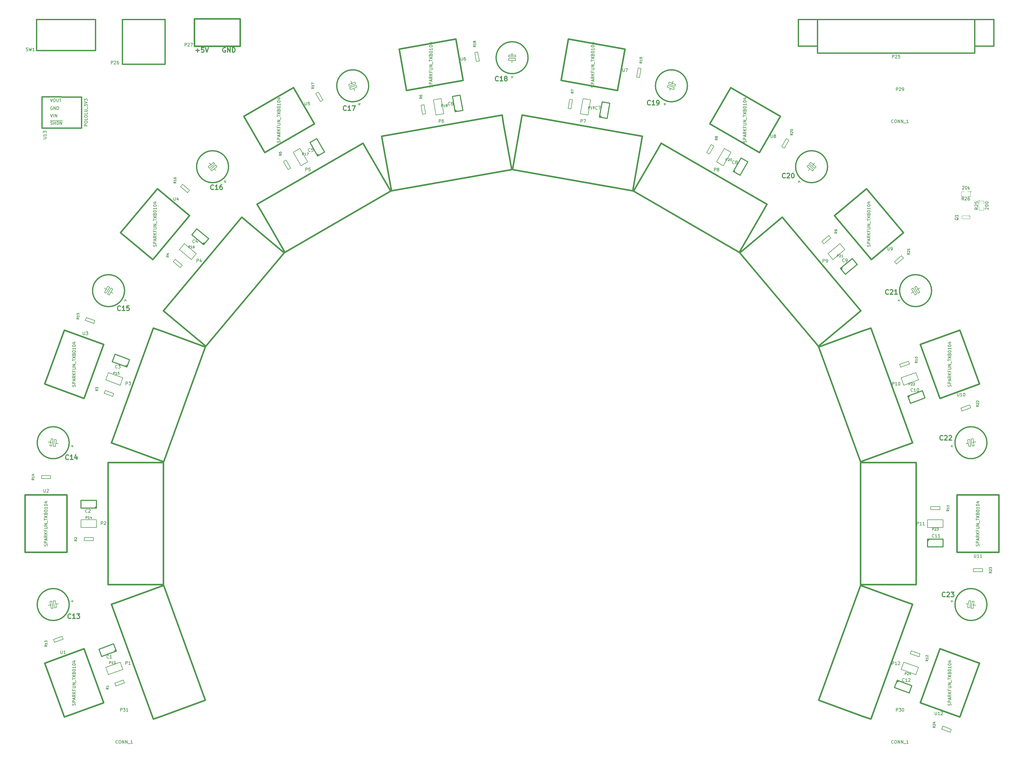
<source format=gto>
G04 (created by PCBNEW (2013-jul-07)-stable) date Thu 10 Sep 2015 02:50:31 PM PDT*
%MOIN*%
G04 Gerber Fmt 3.4, Leading zero omitted, Abs format*
%FSLAX34Y34*%
G01*
G70*
G90*
G04 APERTURE LIST*
%ADD10C,0.00590551*%
%ADD11C,0.012*%
%ADD12C,0.015*%
%ADD13C,0.02*%
%ADD14C,0.0031*%
%ADD15C,0.0039*%
%ADD16C,0.006*%
%ADD17C,0.008*%
G04 APERTURE END LIST*
G54D10*
G54D11*
X43042Y-28671D02*
X42985Y-28642D01*
X42900Y-28642D01*
X42814Y-28671D01*
X42757Y-28728D01*
X42728Y-28785D01*
X42700Y-28900D01*
X42700Y-28985D01*
X42728Y-29100D01*
X42757Y-29157D01*
X42814Y-29214D01*
X42900Y-29242D01*
X42957Y-29242D01*
X43042Y-29214D01*
X43071Y-29185D01*
X43071Y-28985D01*
X42957Y-28985D01*
X43328Y-29242D02*
X43328Y-28642D01*
X43671Y-29242D01*
X43671Y-28642D01*
X43957Y-29242D02*
X43957Y-28642D01*
X44100Y-28642D01*
X44185Y-28671D01*
X44242Y-28728D01*
X44271Y-28785D01*
X44300Y-28900D01*
X44300Y-28985D01*
X44271Y-29100D01*
X44242Y-29157D01*
X44185Y-29214D01*
X44100Y-29242D01*
X43957Y-29242D01*
X39228Y-29014D02*
X39685Y-29014D01*
X39457Y-29242D02*
X39457Y-28785D01*
X40257Y-28642D02*
X39971Y-28642D01*
X39942Y-28928D01*
X39971Y-28900D01*
X40028Y-28871D01*
X40171Y-28871D01*
X40228Y-28900D01*
X40257Y-28928D01*
X40285Y-28985D01*
X40285Y-29128D01*
X40257Y-29185D01*
X40228Y-29214D01*
X40171Y-29242D01*
X40028Y-29242D01*
X39971Y-29214D01*
X39942Y-29185D01*
X40457Y-28642D02*
X40657Y-29242D01*
X40857Y-28642D01*
G54D12*
X139637Y-28444D02*
X139637Y-29330D01*
X139637Y-29330D02*
X119460Y-29330D01*
X119460Y-29330D02*
X119362Y-29330D01*
X119362Y-29330D02*
X119362Y-28444D01*
X119362Y-28444D02*
X116901Y-28444D01*
X142098Y-28444D02*
X139637Y-28444D01*
X119362Y-25000D02*
X119362Y-28444D01*
X139637Y-25000D02*
X139637Y-28444D01*
X116901Y-25000D02*
X116901Y-28444D01*
X142098Y-25000D02*
X142098Y-28444D01*
X142098Y-25000D02*
X116901Y-25000D01*
G54D13*
X72745Y-27546D02*
X65457Y-28831D01*
X65457Y-28831D02*
X66395Y-34149D01*
X66395Y-34149D02*
X73682Y-32864D01*
X73682Y-32864D02*
X72745Y-27546D01*
X51822Y-33794D02*
X45413Y-37494D01*
X45413Y-37494D02*
X48113Y-42171D01*
X48113Y-42171D02*
X54522Y-38471D01*
X54522Y-38471D02*
X51822Y-33794D01*
X34298Y-46821D02*
X29541Y-52490D01*
X29541Y-52490D02*
X33678Y-55961D01*
X33678Y-55961D02*
X38434Y-50292D01*
X38434Y-50292D02*
X34298Y-46821D01*
X137713Y-114943D02*
X140244Y-107989D01*
X140244Y-107989D02*
X135170Y-106142D01*
X135170Y-106142D02*
X132639Y-113096D01*
X132639Y-113096D02*
X137713Y-114943D01*
X22286Y-65056D02*
X19755Y-72010D01*
X19755Y-72010D02*
X24829Y-73857D01*
X24829Y-73857D02*
X27360Y-66903D01*
X27360Y-66903D02*
X22286Y-65056D01*
X142764Y-93700D02*
X142764Y-86300D01*
X142764Y-86300D02*
X137364Y-86300D01*
X137364Y-86300D02*
X137364Y-93700D01*
X137364Y-93700D02*
X142764Y-93700D01*
X17235Y-86300D02*
X17235Y-93700D01*
X17235Y-93700D02*
X22635Y-93700D01*
X22635Y-93700D02*
X22635Y-86300D01*
X22635Y-86300D02*
X17235Y-86300D01*
X19755Y-107989D02*
X22286Y-114943D01*
X22286Y-114943D02*
X27360Y-113096D01*
X27360Y-113096D02*
X24829Y-106142D01*
X24829Y-106142D02*
X19755Y-107989D01*
X140244Y-72010D02*
X137713Y-65056D01*
X137713Y-65056D02*
X132639Y-66903D01*
X132639Y-66903D02*
X135170Y-73857D01*
X135170Y-73857D02*
X140244Y-72010D01*
X94542Y-28831D02*
X87254Y-27546D01*
X87254Y-27546D02*
X86317Y-32864D01*
X86317Y-32864D02*
X93604Y-34149D01*
X93604Y-34149D02*
X94542Y-28831D01*
X130458Y-52490D02*
X125701Y-46821D01*
X125701Y-46821D02*
X121565Y-50292D01*
X121565Y-50292D02*
X126321Y-55961D01*
X126321Y-55961D02*
X130458Y-52490D01*
X114586Y-37494D02*
X108177Y-33794D01*
X108177Y-33794D02*
X105477Y-38471D01*
X105477Y-38471D02*
X111886Y-42171D01*
X111886Y-42171D02*
X114586Y-37494D01*
G54D14*
X139025Y-50362D02*
G75*
G03X139025Y-50362I-62J0D01*
G74*
G01*
X138000Y-50700D02*
X138000Y-50300D01*
X139025Y-50700D02*
X139025Y-50300D01*
X138000Y-50300D02*
X139025Y-50300D01*
X139025Y-50700D02*
X138000Y-50700D01*
G54D15*
X140250Y-48350D02*
G75*
G03X140250Y-48350I-50J0D01*
G74*
G01*
X140200Y-48800D02*
X140200Y-48400D01*
X140200Y-48400D02*
X140800Y-48400D01*
X140800Y-48400D02*
X140800Y-48800D01*
X140800Y-49200D02*
X140800Y-49600D01*
X140800Y-49600D02*
X140200Y-49600D01*
X140200Y-49600D02*
X140200Y-49200D01*
X139200Y-47200D02*
G75*
G03X139200Y-47200I-50J0D01*
G74*
G01*
X138700Y-47200D02*
X139100Y-47200D01*
X139100Y-47200D02*
X139100Y-47800D01*
X139100Y-47800D02*
X138700Y-47800D01*
X138300Y-47800D02*
X137900Y-47800D01*
X137900Y-47800D02*
X137900Y-47200D01*
X137900Y-47200D02*
X138300Y-47200D01*
G54D12*
X26300Y-29000D02*
X18700Y-29000D01*
X18700Y-29000D02*
X18700Y-25000D01*
X18700Y-25000D02*
X26300Y-25000D01*
X26300Y-25000D02*
X26300Y-29000D01*
G54D10*
X36589Y-55928D02*
X36336Y-56229D01*
X36336Y-56229D02*
X37241Y-56989D01*
X37241Y-56989D02*
X37494Y-56687D01*
X37494Y-56687D02*
X36589Y-55928D01*
X130447Y-55758D02*
X130194Y-55457D01*
X130194Y-55457D02*
X129289Y-56216D01*
X129289Y-56216D02*
X129542Y-56518D01*
X129542Y-56518D02*
X130447Y-55758D01*
X68646Y-35996D02*
X68259Y-36064D01*
X68259Y-36064D02*
X68464Y-37227D01*
X68464Y-37227D02*
X68851Y-37159D01*
X68851Y-37159D02*
X68646Y-35996D01*
X115694Y-40569D02*
X115353Y-40372D01*
X115353Y-40372D02*
X114762Y-41395D01*
X114762Y-41395D02*
X115103Y-41592D01*
X115103Y-41592D02*
X115694Y-40569D01*
X139116Y-75077D02*
X138981Y-74707D01*
X138981Y-74707D02*
X137871Y-75111D01*
X137871Y-75111D02*
X138006Y-75481D01*
X138006Y-75481D02*
X139116Y-75077D01*
X96635Y-31342D02*
X96247Y-31274D01*
X96247Y-31274D02*
X96042Y-32437D01*
X96042Y-32437D02*
X96430Y-32505D01*
X96430Y-32505D02*
X96635Y-31342D01*
X87801Y-35369D02*
X87414Y-35301D01*
X87414Y-35301D02*
X87209Y-36464D01*
X87209Y-36464D02*
X87596Y-36533D01*
X87596Y-36533D02*
X87801Y-35369D01*
X50861Y-43136D02*
X50520Y-43333D01*
X50520Y-43333D02*
X51110Y-44355D01*
X51110Y-44355D02*
X51451Y-44159D01*
X51451Y-44159D02*
X50861Y-43136D01*
X140654Y-96196D02*
X140654Y-95803D01*
X140654Y-95803D02*
X139473Y-95803D01*
X139473Y-95803D02*
X139473Y-96196D01*
X139473Y-96196D02*
X140654Y-96196D01*
X135512Y-116113D02*
X135377Y-116482D01*
X135377Y-116482D02*
X136487Y-116886D01*
X136487Y-116886D02*
X136622Y-116517D01*
X136622Y-116517D02*
X135512Y-116113D01*
X28788Y-110558D02*
X28922Y-110928D01*
X28922Y-110928D02*
X30032Y-110524D01*
X30032Y-110524D02*
X29897Y-110154D01*
X29897Y-110154D02*
X28788Y-110558D01*
X24845Y-91803D02*
X24845Y-92196D01*
X24845Y-92196D02*
X26026Y-92196D01*
X26026Y-92196D02*
X26026Y-91803D01*
X26026Y-91803D02*
X24845Y-91803D01*
X27554Y-72830D02*
X27420Y-73200D01*
X27420Y-73200D02*
X28529Y-73604D01*
X28529Y-73604D02*
X28664Y-73234D01*
X28664Y-73234D02*
X27554Y-72830D01*
X55039Y-34372D02*
X54698Y-34569D01*
X54698Y-34569D02*
X55288Y-35592D01*
X55288Y-35592D02*
X55629Y-35395D01*
X55629Y-35395D02*
X55039Y-34372D01*
X37518Y-46264D02*
X37265Y-46566D01*
X37265Y-46566D02*
X38170Y-47325D01*
X38170Y-47325D02*
X38423Y-47024D01*
X38423Y-47024D02*
X37518Y-46264D01*
X25122Y-63431D02*
X24987Y-63801D01*
X24987Y-63801D02*
X26097Y-64205D01*
X26097Y-64205D02*
X26232Y-63835D01*
X26232Y-63835D02*
X25122Y-63431D01*
X19345Y-83803D02*
X19345Y-84196D01*
X19345Y-84196D02*
X20526Y-84196D01*
X20526Y-84196D02*
X20526Y-83803D01*
X20526Y-83803D02*
X19345Y-83803D01*
X20883Y-104922D02*
X21018Y-105292D01*
X21018Y-105292D02*
X22128Y-104888D01*
X22128Y-104888D02*
X21993Y-104518D01*
X21993Y-104518D02*
X20883Y-104922D01*
X131212Y-69441D02*
X131077Y-69071D01*
X131077Y-69071D02*
X129967Y-69475D01*
X129967Y-69475D02*
X130102Y-69845D01*
X130102Y-69845D02*
X131212Y-69441D01*
X135154Y-88196D02*
X135154Y-87803D01*
X135154Y-87803D02*
X133973Y-87803D01*
X133973Y-87803D02*
X133973Y-88196D01*
X133973Y-88196D02*
X135154Y-88196D01*
X75570Y-29190D02*
X75182Y-29258D01*
X75182Y-29258D02*
X75387Y-30422D01*
X75387Y-30422D02*
X75775Y-30353D01*
X75775Y-30353D02*
X75570Y-29190D01*
X121091Y-53165D02*
X120838Y-52864D01*
X120838Y-52864D02*
X119934Y-53623D01*
X119934Y-53623D02*
X120187Y-53924D01*
X120187Y-53924D02*
X121091Y-53165D01*
X132445Y-107169D02*
X132580Y-106799D01*
X132580Y-106799D02*
X131470Y-106395D01*
X131470Y-106395D02*
X131335Y-106765D01*
X131335Y-106765D02*
X132445Y-107169D01*
X106015Y-41333D02*
X105674Y-41136D01*
X105674Y-41136D02*
X105084Y-42159D01*
X105084Y-42159D02*
X105425Y-42355D01*
X105425Y-42355D02*
X106015Y-41333D01*
G54D12*
X19400Y-39000D02*
X24500Y-39000D01*
X19400Y-34980D02*
X24500Y-35000D01*
X19400Y-39000D02*
X19400Y-35000D01*
X24500Y-39000D02*
X24500Y-35000D01*
G54D16*
X135564Y-89500D02*
X135564Y-90500D01*
X135564Y-90500D02*
X133564Y-90500D01*
X133564Y-90500D02*
X133564Y-89500D01*
X133564Y-89500D02*
X135564Y-89500D01*
X51784Y-42130D02*
X52650Y-41630D01*
X52650Y-41630D02*
X53650Y-43362D01*
X53650Y-43362D02*
X52784Y-43862D01*
X52784Y-43862D02*
X51784Y-42130D01*
X69859Y-35366D02*
X70843Y-35193D01*
X70843Y-35193D02*
X71191Y-37162D01*
X71191Y-37162D02*
X70206Y-37336D01*
X70206Y-37336D02*
X69859Y-35366D01*
X89156Y-35193D02*
X90140Y-35366D01*
X90140Y-35366D02*
X89793Y-37336D01*
X89793Y-37336D02*
X88808Y-37162D01*
X88808Y-37162D02*
X89156Y-35193D01*
X37113Y-54667D02*
X37756Y-53900D01*
X37756Y-53900D02*
X39288Y-55186D01*
X39288Y-55186D02*
X38645Y-55952D01*
X38645Y-55952D02*
X37113Y-54667D01*
X27957Y-109474D02*
X27615Y-108534D01*
X27615Y-108534D02*
X29494Y-107850D01*
X29494Y-107850D02*
X29837Y-108790D01*
X29837Y-108790D02*
X27957Y-109474D01*
X132384Y-108534D02*
X132042Y-109474D01*
X132042Y-109474D02*
X130162Y-108790D01*
X130162Y-108790D02*
X130504Y-107850D01*
X130504Y-107850D02*
X132384Y-108534D01*
X132042Y-70525D02*
X132384Y-71465D01*
X132384Y-71465D02*
X130504Y-72149D01*
X130504Y-72149D02*
X130162Y-71209D01*
X130162Y-71209D02*
X132042Y-70525D01*
X122243Y-53900D02*
X122886Y-54667D01*
X122886Y-54667D02*
X121354Y-55952D01*
X121354Y-55952D02*
X120711Y-55186D01*
X120711Y-55186D02*
X122243Y-53900D01*
X27615Y-71465D02*
X27957Y-70525D01*
X27957Y-70525D02*
X29837Y-71209D01*
X29837Y-71209D02*
X29494Y-72149D01*
X29494Y-72149D02*
X27615Y-71465D01*
X107349Y-41630D02*
X108215Y-42130D01*
X108215Y-42130D02*
X107215Y-43862D01*
X107215Y-43862D02*
X106349Y-43362D01*
X106349Y-43362D02*
X107349Y-41630D01*
X24435Y-90500D02*
X24435Y-89500D01*
X24435Y-89500D02*
X26435Y-89500D01*
X26435Y-89500D02*
X26435Y-90500D01*
X26435Y-90500D02*
X24435Y-90500D01*
G54D13*
X98650Y-41948D02*
X95648Y-47147D01*
X95648Y-47147D02*
X109286Y-55022D01*
X109286Y-55022D02*
X112288Y-49822D01*
X112288Y-49822D02*
X112859Y-48833D01*
X112859Y-48833D02*
X99221Y-40959D01*
X99221Y-40959D02*
X98650Y-41948D01*
X130560Y-100023D02*
X124918Y-97969D01*
X124918Y-97969D02*
X119532Y-112768D01*
X119532Y-112768D02*
X125174Y-114821D01*
X125174Y-114821D02*
X126247Y-115212D01*
X126247Y-115212D02*
X131633Y-100413D01*
X131633Y-100413D02*
X130560Y-100023D01*
X130939Y-82125D02*
X124935Y-82125D01*
X124935Y-82125D02*
X124935Y-97874D01*
X124935Y-97874D02*
X130939Y-97874D01*
X130939Y-97874D02*
X132081Y-97874D01*
X132081Y-97874D02*
X132081Y-82125D01*
X132081Y-82125D02*
X130939Y-82125D01*
X125174Y-65178D02*
X119532Y-67231D01*
X119532Y-67231D02*
X124918Y-82030D01*
X124918Y-82030D02*
X130560Y-79976D01*
X130560Y-79976D02*
X131633Y-79586D01*
X131633Y-79586D02*
X126247Y-64787D01*
X126247Y-64787D02*
X125174Y-65178D01*
X113960Y-51224D02*
X109361Y-55084D01*
X109361Y-55084D02*
X119483Y-67147D01*
X119483Y-67147D02*
X124082Y-63288D01*
X124082Y-63288D02*
X124957Y-62554D01*
X124957Y-62554D02*
X114834Y-50490D01*
X114834Y-50490D02*
X113960Y-51224D01*
X81091Y-38467D02*
X80048Y-44380D01*
X80048Y-44380D02*
X95557Y-47114D01*
X95557Y-47114D02*
X96600Y-41201D01*
X96600Y-41201D02*
X96798Y-40077D01*
X96798Y-40077D02*
X81289Y-37342D01*
X81289Y-37342D02*
X81091Y-38467D01*
X63399Y-41201D02*
X64442Y-47114D01*
X64442Y-47114D02*
X79951Y-44380D01*
X79951Y-44380D02*
X78908Y-38467D01*
X78908Y-38467D02*
X78710Y-37342D01*
X78710Y-37342D02*
X63201Y-40077D01*
X63201Y-40077D02*
X63399Y-41201D01*
X47711Y-49822D02*
X50713Y-55022D01*
X50713Y-55022D02*
X64351Y-47147D01*
X64351Y-47147D02*
X61349Y-41948D01*
X61349Y-41948D02*
X60778Y-40959D01*
X60778Y-40959D02*
X47140Y-48833D01*
X47140Y-48833D02*
X47711Y-49822D01*
X35917Y-63288D02*
X40516Y-67147D01*
X40516Y-67147D02*
X50638Y-55084D01*
X50638Y-55084D02*
X46039Y-51224D01*
X46039Y-51224D02*
X45165Y-50490D01*
X45165Y-50490D02*
X35042Y-62554D01*
X35042Y-62554D02*
X35917Y-63288D01*
X29439Y-79976D02*
X35081Y-82030D01*
X35081Y-82030D02*
X40467Y-67231D01*
X40467Y-67231D02*
X34825Y-65178D01*
X34825Y-65178D02*
X33752Y-64787D01*
X33752Y-64787D02*
X28366Y-79586D01*
X28366Y-79586D02*
X29439Y-79976D01*
X29060Y-97874D02*
X35064Y-97874D01*
X35064Y-97874D02*
X35064Y-82125D01*
X35064Y-82125D02*
X29060Y-82125D01*
X29060Y-82125D02*
X27918Y-82125D01*
X27918Y-82125D02*
X27918Y-97874D01*
X27918Y-97874D02*
X29060Y-97874D01*
X34825Y-114821D02*
X40467Y-112768D01*
X40467Y-112768D02*
X35081Y-97969D01*
X35081Y-97969D02*
X29439Y-100023D01*
X29439Y-100023D02*
X28366Y-100413D01*
X28366Y-100413D02*
X33752Y-115212D01*
X33752Y-115212D02*
X34825Y-114821D01*
G54D12*
X29750Y-25000D02*
X35250Y-25000D01*
X35250Y-25000D02*
X35250Y-30750D01*
X35250Y-30750D02*
X29750Y-30750D01*
X29750Y-30750D02*
X29750Y-25000D01*
X82061Y-29935D02*
G75*
G03X82061Y-29935I-2061J0D01*
G74*
G01*
G54D17*
X80450Y-29835D02*
X80450Y-29585D01*
X80450Y-29585D02*
X79550Y-29585D01*
X79550Y-29835D02*
X79550Y-29585D01*
X80450Y-29835D02*
X79550Y-29835D01*
G54D16*
X80000Y-30385D02*
X80000Y-30285D01*
X80000Y-30285D02*
X80450Y-30285D01*
X80450Y-30285D02*
X80450Y-30035D01*
X80450Y-30035D02*
X79550Y-30035D01*
X79550Y-30035D02*
X79550Y-30285D01*
X79550Y-30285D02*
X80000Y-30285D01*
X80000Y-29685D02*
X80000Y-29485D01*
X79850Y-32435D02*
X80150Y-32435D01*
X80000Y-32285D02*
X80000Y-32585D01*
X80000Y-29485D02*
X80000Y-29285D01*
X80000Y-30585D02*
X80000Y-30385D01*
G54D12*
X22909Y-100429D02*
G75*
G03X22909Y-100429I-2061J0D01*
G74*
G01*
G54D17*
X20671Y-100004D02*
X20425Y-100047D01*
X20425Y-100047D02*
X20581Y-100933D01*
X20827Y-100890D02*
X20581Y-100933D01*
X20671Y-100004D02*
X20827Y-100890D01*
G54D16*
X21291Y-100351D02*
X21192Y-100369D01*
X21192Y-100369D02*
X21114Y-99925D01*
X21114Y-99925D02*
X20868Y-99969D01*
X20868Y-99969D02*
X21024Y-100855D01*
X21024Y-100855D02*
X21271Y-100812D01*
X21271Y-100812D02*
X21192Y-100369D01*
X20601Y-100473D02*
X20405Y-100508D01*
X23336Y-100143D02*
X23284Y-99848D01*
X23162Y-100021D02*
X23457Y-99969D01*
X20405Y-100508D02*
X20208Y-100542D01*
X21488Y-100317D02*
X21291Y-100351D01*
G54D12*
X22909Y-79570D02*
G75*
G03X22909Y-79570I-2061J0D01*
G74*
G01*
G54D17*
X20827Y-79109D02*
X20581Y-79066D01*
X20581Y-79066D02*
X20425Y-79952D01*
X20671Y-79995D02*
X20425Y-79952D01*
X20827Y-79109D02*
X20671Y-79995D01*
G54D16*
X21291Y-79648D02*
X21192Y-79630D01*
X21192Y-79630D02*
X21271Y-79187D01*
X21271Y-79187D02*
X21024Y-79144D01*
X21024Y-79144D02*
X20868Y-80030D01*
X20868Y-80030D02*
X21114Y-80074D01*
X21114Y-80074D02*
X21192Y-79630D01*
X20601Y-79526D02*
X20405Y-79491D01*
X23284Y-80151D02*
X23336Y-79856D01*
X23162Y-79978D02*
X23457Y-80030D01*
X20405Y-79491D02*
X20208Y-79457D01*
X21488Y-79682D02*
X21291Y-79648D01*
G54D12*
X30044Y-59967D02*
G75*
G03X30044Y-59967I-2061J0D01*
G74*
G01*
G54D17*
X28121Y-59528D02*
X27904Y-59403D01*
X27904Y-59403D02*
X27454Y-60182D01*
X27671Y-60307D02*
X27454Y-60182D01*
X28121Y-59528D02*
X27671Y-60307D01*
G54D16*
X28372Y-60192D02*
X28285Y-60142D01*
X28285Y-60142D02*
X28510Y-59753D01*
X28510Y-59753D02*
X28294Y-59628D01*
X28294Y-59628D02*
X27844Y-60407D01*
X27844Y-60407D02*
X28060Y-60532D01*
X28060Y-60532D02*
X28285Y-60142D01*
X27766Y-59842D02*
X27593Y-59742D01*
X30072Y-61347D02*
X30222Y-61087D01*
X30017Y-61142D02*
X30277Y-61292D01*
X27593Y-59742D02*
X27419Y-59642D01*
X28545Y-60292D02*
X28372Y-60192D01*
G54D12*
X43452Y-43988D02*
G75*
G03X43452Y-43988I-2061J0D01*
G74*
G01*
G54D17*
X41671Y-43622D02*
X41511Y-43430D01*
X41511Y-43430D02*
X40821Y-44009D01*
X40982Y-44200D02*
X40821Y-44009D01*
X41671Y-43622D02*
X40982Y-44200D01*
G54D16*
X41680Y-44332D02*
X41616Y-44256D01*
X41616Y-44256D02*
X41961Y-43967D01*
X41961Y-43967D02*
X41800Y-43775D01*
X41800Y-43775D02*
X41110Y-44354D01*
X41110Y-44354D02*
X41271Y-44545D01*
X41271Y-44545D02*
X41616Y-44256D01*
X41230Y-43796D02*
X41102Y-43643D01*
X42883Y-45999D02*
X43113Y-45806D01*
X42901Y-45788D02*
X43094Y-46018D01*
X41102Y-43643D02*
X40973Y-43490D01*
X41809Y-44486D02*
X41680Y-44332D01*
G54D12*
X61518Y-33557D02*
G75*
G03X61518Y-33557I-2061J0D01*
G74*
G01*
G54D17*
X59845Y-33310D02*
X59759Y-33075D01*
X59759Y-33075D02*
X58914Y-33383D01*
X58999Y-33617D02*
X58914Y-33383D01*
X59845Y-33310D02*
X58999Y-33617D01*
G54D16*
X59610Y-33980D02*
X59576Y-33886D01*
X59576Y-33886D02*
X59999Y-33732D01*
X59999Y-33732D02*
X59913Y-33498D01*
X59913Y-33498D02*
X59068Y-33805D01*
X59068Y-33805D02*
X59153Y-34040D01*
X59153Y-34040D02*
X59576Y-33886D01*
X59371Y-33323D02*
X59302Y-33135D01*
X60170Y-35958D02*
X60452Y-35855D01*
X60260Y-35766D02*
X60363Y-36048D01*
X59302Y-33135D02*
X59234Y-32947D01*
X59679Y-34168D02*
X59610Y-33980D01*
G54D11*
X30331Y-69793D02*
X28470Y-69116D01*
X28470Y-69116D02*
X28812Y-68176D01*
X28812Y-68176D02*
X30692Y-68860D01*
X30692Y-68860D02*
X30350Y-69800D01*
X30435Y-69565D02*
X30115Y-69714D01*
X28963Y-106447D02*
X27102Y-107124D01*
X27102Y-107124D02*
X26760Y-106185D01*
X26760Y-106185D02*
X28639Y-105501D01*
X28639Y-105501D02*
X28981Y-106440D01*
X28896Y-106205D02*
X28747Y-106526D01*
X26415Y-88000D02*
X24435Y-88000D01*
X24435Y-88000D02*
X24435Y-87000D01*
X24435Y-87000D02*
X26435Y-87000D01*
X26435Y-87000D02*
X26435Y-88000D01*
X26435Y-87750D02*
X26185Y-88000D01*
X131036Y-73552D02*
X132897Y-72875D01*
X132897Y-72875D02*
X133239Y-73814D01*
X133239Y-73814D02*
X131360Y-74498D01*
X131360Y-74498D02*
X131018Y-73559D01*
X131103Y-73794D02*
X131252Y-73473D01*
X40237Y-54024D02*
X38720Y-52752D01*
X38720Y-52752D02*
X39363Y-51986D01*
X39363Y-51986D02*
X40895Y-53271D01*
X40895Y-53271D02*
X40252Y-54037D01*
X40413Y-53846D02*
X40061Y-53876D01*
X54940Y-42594D02*
X53950Y-40880D01*
X53950Y-40880D02*
X54816Y-40380D01*
X54816Y-40380D02*
X55816Y-42112D01*
X55816Y-42112D02*
X54950Y-42612D01*
X55166Y-42487D02*
X54825Y-42395D01*
X72664Y-36882D02*
X72320Y-34932D01*
X72320Y-34932D02*
X73305Y-34758D01*
X73305Y-34758D02*
X73653Y-36728D01*
X73653Y-36728D02*
X72668Y-36902D01*
X72914Y-36858D02*
X72624Y-36655D01*
X91274Y-37577D02*
X91618Y-35627D01*
X91618Y-35627D02*
X92603Y-35800D01*
X92603Y-35800D02*
X92255Y-37770D01*
X92255Y-37770D02*
X91270Y-37596D01*
X91517Y-37640D02*
X91314Y-37350D01*
X129668Y-110206D02*
X131529Y-110883D01*
X131529Y-110883D02*
X131187Y-111823D01*
X131187Y-111823D02*
X129307Y-111139D01*
X129307Y-111139D02*
X129649Y-110199D01*
X129564Y-110434D02*
X129884Y-110285D01*
X108524Y-44594D02*
X109514Y-42880D01*
X109514Y-42880D02*
X110380Y-43380D01*
X110380Y-43380D02*
X109380Y-45112D01*
X109380Y-45112D02*
X108514Y-44612D01*
X108730Y-44737D02*
X108639Y-44395D01*
X133584Y-92000D02*
X135564Y-92000D01*
X135564Y-92000D02*
X135564Y-93000D01*
X135564Y-93000D02*
X133564Y-93000D01*
X133564Y-93000D02*
X133564Y-92000D01*
X133564Y-92250D02*
X133814Y-92000D01*
X122333Y-57088D02*
X123850Y-55815D01*
X123850Y-55815D02*
X124492Y-56581D01*
X124492Y-56581D02*
X122960Y-57867D01*
X122960Y-57867D02*
X122318Y-57101D01*
X122478Y-57293D02*
X122509Y-56940D01*
G54D13*
X39047Y-26500D02*
X39047Y-24925D01*
X39047Y-24925D02*
X44952Y-24925D01*
X44952Y-24925D02*
X44952Y-26500D01*
X44952Y-26500D02*
X44952Y-28468D01*
X44952Y-28468D02*
X39047Y-28468D01*
X39047Y-28468D02*
X39047Y-26500D01*
G54D12*
X102604Y-33557D02*
G75*
G03X102604Y-33557I-2061J0D01*
G74*
G01*
G54D17*
X101000Y-33617D02*
X101085Y-33383D01*
X101085Y-33383D02*
X100240Y-33075D01*
X100154Y-33310D02*
X100240Y-33075D01*
X101000Y-33617D02*
X100154Y-33310D01*
G54D16*
X100389Y-33980D02*
X100423Y-33886D01*
X100423Y-33886D02*
X100846Y-34040D01*
X100846Y-34040D02*
X100931Y-33805D01*
X100931Y-33805D02*
X100086Y-33498D01*
X100086Y-33498D02*
X100000Y-33732D01*
X100000Y-33732D02*
X100423Y-33886D01*
X100628Y-33323D02*
X100697Y-33135D01*
X99547Y-35855D02*
X99829Y-35958D01*
X99739Y-35766D02*
X99636Y-36048D01*
X100697Y-33135D02*
X100765Y-32947D01*
X100320Y-34168D02*
X100389Y-33980D01*
G54D12*
X120670Y-43988D02*
G75*
G03X120670Y-43988I-2061J0D01*
G74*
G01*
G54D17*
X119017Y-44200D02*
X119178Y-44009D01*
X119178Y-44009D02*
X118488Y-43430D01*
X118328Y-43622D02*
X118488Y-43430D01*
X119017Y-44200D02*
X118328Y-43622D01*
G54D16*
X118319Y-44332D02*
X118383Y-44256D01*
X118383Y-44256D02*
X118728Y-44545D01*
X118728Y-44545D02*
X118889Y-44354D01*
X118889Y-44354D02*
X118199Y-43775D01*
X118199Y-43775D02*
X118038Y-43967D01*
X118038Y-43967D02*
X118383Y-44256D01*
X118769Y-43796D02*
X118897Y-43643D01*
X116886Y-45806D02*
X117116Y-45999D01*
X117098Y-45788D02*
X116905Y-46018D01*
X118897Y-43643D02*
X119026Y-43490D01*
X118190Y-44486D02*
X118319Y-44332D01*
G54D12*
X134078Y-59967D02*
G75*
G03X134078Y-59967I-2061J0D01*
G74*
G01*
G54D17*
X132328Y-60307D02*
X132545Y-60182D01*
X132545Y-60182D02*
X132095Y-59403D01*
X131878Y-59528D02*
X132095Y-59403D01*
X132328Y-60307D02*
X131878Y-59528D01*
G54D16*
X131627Y-60192D02*
X131714Y-60142D01*
X131714Y-60142D02*
X131939Y-60532D01*
X131939Y-60532D02*
X132155Y-60407D01*
X132155Y-60407D02*
X131705Y-59628D01*
X131705Y-59628D02*
X131489Y-59753D01*
X131489Y-59753D02*
X131714Y-60142D01*
X132233Y-59842D02*
X132407Y-59742D01*
X129777Y-61087D02*
X129927Y-61347D01*
X129982Y-61142D02*
X129722Y-61292D01*
X132407Y-59742D02*
X132580Y-59642D01*
X131454Y-60292D02*
X131627Y-60192D01*
G54D12*
X141213Y-79570D02*
G75*
G03X141213Y-79570I-2061J0D01*
G74*
G01*
G54D17*
X139328Y-79995D02*
X139574Y-79952D01*
X139574Y-79952D02*
X139418Y-79066D01*
X139172Y-79109D02*
X139418Y-79066D01*
X139328Y-79995D02*
X139172Y-79109D01*
G54D16*
X138708Y-79648D02*
X138807Y-79630D01*
X138807Y-79630D02*
X138885Y-80074D01*
X138885Y-80074D02*
X139131Y-80030D01*
X139131Y-80030D02*
X138975Y-79144D01*
X138975Y-79144D02*
X138729Y-79187D01*
X138729Y-79187D02*
X138807Y-79630D01*
X139398Y-79526D02*
X139595Y-79491D01*
X136663Y-79856D02*
X136715Y-80151D01*
X136837Y-79978D02*
X136542Y-80030D01*
X139595Y-79491D02*
X139792Y-79457D01*
X138511Y-79682D02*
X138708Y-79648D01*
G54D12*
X141213Y-100429D02*
G75*
G03X141213Y-100429I-2061J0D01*
G74*
G01*
G54D17*
X139172Y-100890D02*
X139418Y-100933D01*
X139418Y-100933D02*
X139574Y-100047D01*
X139328Y-100004D02*
X139574Y-100047D01*
X139172Y-100890D02*
X139328Y-100004D01*
G54D16*
X138708Y-100351D02*
X138807Y-100369D01*
X138807Y-100369D02*
X138729Y-100812D01*
X138729Y-100812D02*
X138975Y-100855D01*
X138975Y-100855D02*
X139131Y-99969D01*
X139131Y-99969D02*
X138885Y-99925D01*
X138885Y-99925D02*
X138807Y-100369D01*
X139398Y-100473D02*
X139595Y-100508D01*
X136715Y-99848D02*
X136663Y-100143D01*
X136837Y-100021D02*
X136542Y-99969D01*
X139595Y-100508D02*
X139792Y-100542D01*
X138511Y-100317D02*
X138708Y-100351D01*
G54D17*
X129014Y-29984D02*
X129014Y-29584D01*
X129166Y-29584D01*
X129204Y-29603D01*
X129223Y-29622D01*
X129242Y-29660D01*
X129242Y-29718D01*
X129223Y-29756D01*
X129204Y-29775D01*
X129166Y-29794D01*
X129014Y-29794D01*
X129395Y-29622D02*
X129414Y-29603D01*
X129452Y-29584D01*
X129547Y-29584D01*
X129585Y-29603D01*
X129604Y-29622D01*
X129623Y-29660D01*
X129623Y-29699D01*
X129604Y-29756D01*
X129376Y-29984D01*
X129623Y-29984D01*
X129985Y-29584D02*
X129795Y-29584D01*
X129776Y-29775D01*
X129795Y-29756D01*
X129833Y-29737D01*
X129928Y-29737D01*
X129966Y-29756D01*
X129985Y-29775D01*
X130004Y-29813D01*
X130004Y-29908D01*
X129985Y-29946D01*
X129966Y-29965D01*
X129928Y-29984D01*
X129833Y-29984D01*
X129795Y-29965D01*
X129776Y-29946D01*
G54D10*
X73406Y-29884D02*
X73406Y-30203D01*
X73425Y-30240D01*
X73443Y-30259D01*
X73481Y-30278D01*
X73556Y-30278D01*
X73593Y-30259D01*
X73612Y-30240D01*
X73631Y-30203D01*
X73631Y-29884D01*
X73987Y-29884D02*
X73912Y-29884D01*
X73875Y-29903D01*
X73856Y-29922D01*
X73818Y-29978D01*
X73800Y-30053D01*
X73800Y-30203D01*
X73818Y-30240D01*
X73837Y-30259D01*
X73875Y-30278D01*
X73949Y-30278D01*
X73987Y-30259D01*
X74006Y-30240D01*
X74024Y-30203D01*
X74024Y-30109D01*
X74006Y-30071D01*
X73987Y-30053D01*
X73949Y-30034D01*
X73875Y-30034D01*
X73837Y-30053D01*
X73818Y-30071D01*
X73800Y-30109D01*
X69710Y-33735D02*
X69729Y-33679D01*
X69729Y-33585D01*
X69710Y-33547D01*
X69691Y-33529D01*
X69654Y-33510D01*
X69616Y-33510D01*
X69579Y-33529D01*
X69560Y-33547D01*
X69541Y-33585D01*
X69523Y-33660D01*
X69504Y-33697D01*
X69485Y-33716D01*
X69448Y-33735D01*
X69410Y-33735D01*
X69373Y-33716D01*
X69354Y-33697D01*
X69335Y-33660D01*
X69335Y-33566D01*
X69354Y-33510D01*
X69729Y-33341D02*
X69335Y-33341D01*
X69335Y-33191D01*
X69354Y-33154D01*
X69373Y-33135D01*
X69410Y-33116D01*
X69466Y-33116D01*
X69504Y-33135D01*
X69523Y-33154D01*
X69541Y-33191D01*
X69541Y-33341D01*
X69616Y-32966D02*
X69616Y-32779D01*
X69729Y-33004D02*
X69335Y-32872D01*
X69729Y-32741D01*
X69729Y-32385D02*
X69541Y-32516D01*
X69729Y-32610D02*
X69335Y-32610D01*
X69335Y-32460D01*
X69354Y-32422D01*
X69373Y-32404D01*
X69410Y-32385D01*
X69466Y-32385D01*
X69504Y-32404D01*
X69523Y-32422D01*
X69541Y-32460D01*
X69541Y-32610D01*
X69729Y-32216D02*
X69335Y-32216D01*
X69729Y-31991D02*
X69504Y-32160D01*
X69335Y-31991D02*
X69560Y-32216D01*
X69523Y-31691D02*
X69523Y-31823D01*
X69729Y-31823D02*
X69335Y-31823D01*
X69335Y-31635D01*
X69335Y-31485D02*
X69654Y-31485D01*
X69691Y-31466D01*
X69710Y-31448D01*
X69729Y-31410D01*
X69729Y-31335D01*
X69710Y-31298D01*
X69691Y-31279D01*
X69654Y-31260D01*
X69335Y-31260D01*
X69729Y-31073D02*
X69335Y-31073D01*
X69729Y-30848D01*
X69335Y-30848D01*
X69766Y-30754D02*
X69766Y-30454D01*
X69335Y-30416D02*
X69335Y-30192D01*
X69729Y-30304D02*
X69335Y-30304D01*
X69335Y-30098D02*
X69729Y-29835D01*
X69335Y-29835D02*
X69729Y-30098D01*
X69523Y-29554D02*
X69541Y-29498D01*
X69560Y-29479D01*
X69598Y-29460D01*
X69654Y-29460D01*
X69691Y-29479D01*
X69710Y-29498D01*
X69729Y-29535D01*
X69729Y-29685D01*
X69335Y-29685D01*
X69335Y-29554D01*
X69354Y-29517D01*
X69373Y-29498D01*
X69410Y-29479D01*
X69448Y-29479D01*
X69485Y-29498D01*
X69504Y-29517D01*
X69523Y-29554D01*
X69523Y-29685D01*
X69335Y-29217D02*
X69335Y-29179D01*
X69354Y-29142D01*
X69373Y-29123D01*
X69410Y-29104D01*
X69485Y-29085D01*
X69579Y-29085D01*
X69654Y-29104D01*
X69691Y-29123D01*
X69710Y-29142D01*
X69729Y-29179D01*
X69729Y-29217D01*
X69710Y-29254D01*
X69691Y-29273D01*
X69654Y-29292D01*
X69579Y-29310D01*
X69485Y-29310D01*
X69410Y-29292D01*
X69373Y-29273D01*
X69354Y-29254D01*
X69335Y-29217D01*
X69729Y-28710D02*
X69729Y-28935D01*
X69729Y-28823D02*
X69335Y-28823D01*
X69391Y-28860D01*
X69429Y-28898D01*
X69448Y-28935D01*
X69335Y-28467D02*
X69335Y-28429D01*
X69354Y-28392D01*
X69373Y-28373D01*
X69410Y-28354D01*
X69485Y-28336D01*
X69579Y-28336D01*
X69654Y-28354D01*
X69691Y-28373D01*
X69710Y-28392D01*
X69729Y-28429D01*
X69729Y-28467D01*
X69710Y-28504D01*
X69691Y-28523D01*
X69654Y-28542D01*
X69579Y-28560D01*
X69485Y-28560D01*
X69410Y-28542D01*
X69373Y-28523D01*
X69354Y-28504D01*
X69335Y-28467D01*
X69466Y-27998D02*
X69729Y-27998D01*
X69316Y-28092D02*
X69598Y-28186D01*
X69598Y-27942D01*
X53305Y-35648D02*
X53305Y-35967D01*
X53323Y-36004D01*
X53342Y-36023D01*
X53380Y-36042D01*
X53455Y-36042D01*
X53492Y-36023D01*
X53511Y-36004D01*
X53530Y-35967D01*
X53530Y-35648D01*
X53904Y-35648D02*
X53717Y-35648D01*
X53698Y-35835D01*
X53717Y-35817D01*
X53755Y-35798D01*
X53848Y-35798D01*
X53886Y-35817D01*
X53904Y-35835D01*
X53923Y-35873D01*
X53923Y-35967D01*
X53904Y-36004D01*
X53886Y-36023D01*
X53848Y-36042D01*
X53755Y-36042D01*
X53717Y-36023D01*
X53698Y-36004D01*
X50108Y-40869D02*
X50127Y-40813D01*
X50127Y-40719D01*
X50108Y-40682D01*
X50089Y-40663D01*
X50052Y-40644D01*
X50014Y-40644D01*
X49977Y-40663D01*
X49958Y-40682D01*
X49939Y-40719D01*
X49920Y-40794D01*
X49902Y-40832D01*
X49883Y-40851D01*
X49845Y-40869D01*
X49808Y-40869D01*
X49770Y-40851D01*
X49752Y-40832D01*
X49733Y-40794D01*
X49733Y-40701D01*
X49752Y-40644D01*
X50127Y-40476D02*
X49733Y-40476D01*
X49733Y-40326D01*
X49752Y-40288D01*
X49770Y-40269D01*
X49808Y-40251D01*
X49864Y-40251D01*
X49902Y-40269D01*
X49920Y-40288D01*
X49939Y-40326D01*
X49939Y-40476D01*
X50014Y-40101D02*
X50014Y-39913D01*
X50127Y-40138D02*
X49733Y-40007D01*
X50127Y-39876D01*
X50127Y-39520D02*
X49939Y-39651D01*
X50127Y-39745D02*
X49733Y-39745D01*
X49733Y-39595D01*
X49752Y-39557D01*
X49770Y-39538D01*
X49808Y-39520D01*
X49864Y-39520D01*
X49902Y-39538D01*
X49920Y-39557D01*
X49939Y-39595D01*
X49939Y-39745D01*
X50127Y-39351D02*
X49733Y-39351D01*
X50127Y-39126D02*
X49902Y-39295D01*
X49733Y-39126D02*
X49958Y-39351D01*
X49920Y-38826D02*
X49920Y-38957D01*
X50127Y-38957D02*
X49733Y-38957D01*
X49733Y-38770D01*
X49733Y-38620D02*
X50052Y-38620D01*
X50089Y-38601D01*
X50108Y-38582D01*
X50127Y-38545D01*
X50127Y-38470D01*
X50108Y-38432D01*
X50089Y-38413D01*
X50052Y-38395D01*
X49733Y-38395D01*
X50127Y-38207D02*
X49733Y-38207D01*
X50127Y-37982D01*
X49733Y-37982D01*
X50164Y-37889D02*
X50164Y-37589D01*
X49733Y-37551D02*
X49733Y-37326D01*
X50127Y-37439D02*
X49733Y-37439D01*
X49733Y-37232D02*
X50127Y-36970D01*
X49733Y-36970D02*
X50127Y-37232D01*
X49920Y-36689D02*
X49939Y-36632D01*
X49958Y-36614D01*
X49995Y-36595D01*
X50052Y-36595D01*
X50089Y-36614D01*
X50108Y-36632D01*
X50127Y-36670D01*
X50127Y-36820D01*
X49733Y-36820D01*
X49733Y-36689D01*
X49752Y-36651D01*
X49770Y-36632D01*
X49808Y-36614D01*
X49845Y-36614D01*
X49883Y-36632D01*
X49902Y-36651D01*
X49920Y-36689D01*
X49920Y-36820D01*
X49733Y-36351D02*
X49733Y-36314D01*
X49752Y-36276D01*
X49770Y-36257D01*
X49808Y-36239D01*
X49883Y-36220D01*
X49977Y-36220D01*
X50052Y-36239D01*
X50089Y-36257D01*
X50108Y-36276D01*
X50127Y-36314D01*
X50127Y-36351D01*
X50108Y-36389D01*
X50089Y-36407D01*
X50052Y-36426D01*
X49977Y-36445D01*
X49883Y-36445D01*
X49808Y-36426D01*
X49770Y-36407D01*
X49752Y-36389D01*
X49733Y-36351D01*
X50127Y-35845D02*
X50127Y-36070D01*
X50127Y-35958D02*
X49733Y-35958D01*
X49789Y-35995D01*
X49827Y-36032D01*
X49845Y-36070D01*
X49733Y-35601D02*
X49733Y-35564D01*
X49752Y-35526D01*
X49770Y-35508D01*
X49808Y-35489D01*
X49883Y-35470D01*
X49977Y-35470D01*
X50052Y-35489D01*
X50089Y-35508D01*
X50108Y-35526D01*
X50127Y-35564D01*
X50127Y-35601D01*
X50108Y-35639D01*
X50089Y-35658D01*
X50052Y-35676D01*
X49977Y-35695D01*
X49883Y-35695D01*
X49808Y-35676D01*
X49770Y-35658D01*
X49752Y-35639D01*
X49733Y-35601D01*
X49864Y-35133D02*
X50127Y-35133D01*
X49714Y-35226D02*
X49995Y-35320D01*
X49995Y-35076D01*
X36387Y-47939D02*
X36387Y-48258D01*
X36406Y-48295D01*
X36425Y-48314D01*
X36462Y-48333D01*
X36537Y-48333D01*
X36575Y-48314D01*
X36594Y-48295D01*
X36612Y-48258D01*
X36612Y-47939D01*
X36968Y-48070D02*
X36968Y-48333D01*
X36875Y-47920D02*
X36781Y-48202D01*
X37025Y-48202D01*
X34128Y-54278D02*
X34147Y-54222D01*
X34147Y-54128D01*
X34128Y-54091D01*
X34109Y-54072D01*
X34072Y-54053D01*
X34034Y-54053D01*
X33997Y-54072D01*
X33978Y-54091D01*
X33959Y-54128D01*
X33941Y-54203D01*
X33922Y-54240D01*
X33903Y-54259D01*
X33866Y-54278D01*
X33828Y-54278D01*
X33791Y-54259D01*
X33772Y-54240D01*
X33753Y-54203D01*
X33753Y-54109D01*
X33772Y-54053D01*
X34147Y-53884D02*
X33753Y-53884D01*
X33753Y-53734D01*
X33772Y-53697D01*
X33791Y-53678D01*
X33828Y-53659D01*
X33884Y-53659D01*
X33922Y-53678D01*
X33941Y-53697D01*
X33959Y-53734D01*
X33959Y-53884D01*
X34034Y-53509D02*
X34034Y-53322D01*
X34147Y-53547D02*
X33753Y-53416D01*
X34147Y-53284D01*
X34147Y-52928D02*
X33959Y-53059D01*
X34147Y-53153D02*
X33753Y-53153D01*
X33753Y-53003D01*
X33772Y-52966D01*
X33791Y-52947D01*
X33828Y-52928D01*
X33884Y-52928D01*
X33922Y-52947D01*
X33941Y-52966D01*
X33959Y-53003D01*
X33959Y-53153D01*
X34147Y-52759D02*
X33753Y-52759D01*
X34147Y-52534D02*
X33922Y-52703D01*
X33753Y-52534D02*
X33978Y-52759D01*
X33941Y-52234D02*
X33941Y-52366D01*
X34147Y-52366D02*
X33753Y-52366D01*
X33753Y-52178D01*
X33753Y-52028D02*
X34072Y-52028D01*
X34109Y-52010D01*
X34128Y-51991D01*
X34147Y-51953D01*
X34147Y-51878D01*
X34128Y-51841D01*
X34109Y-51822D01*
X34072Y-51803D01*
X33753Y-51803D01*
X34147Y-51616D02*
X33753Y-51616D01*
X34147Y-51391D01*
X33753Y-51391D01*
X34184Y-51297D02*
X34184Y-50997D01*
X33753Y-50960D02*
X33753Y-50735D01*
X34147Y-50847D02*
X33753Y-50847D01*
X33753Y-50641D02*
X34147Y-50378D01*
X33753Y-50378D02*
X34147Y-50641D01*
X33941Y-50097D02*
X33959Y-50041D01*
X33978Y-50022D01*
X34016Y-50004D01*
X34072Y-50004D01*
X34109Y-50022D01*
X34128Y-50041D01*
X34147Y-50079D01*
X34147Y-50228D01*
X33753Y-50228D01*
X33753Y-50097D01*
X33772Y-50060D01*
X33791Y-50041D01*
X33828Y-50022D01*
X33866Y-50022D01*
X33903Y-50041D01*
X33922Y-50060D01*
X33941Y-50097D01*
X33941Y-50228D01*
X33753Y-49760D02*
X33753Y-49722D01*
X33772Y-49685D01*
X33791Y-49666D01*
X33828Y-49647D01*
X33903Y-49629D01*
X33997Y-49629D01*
X34072Y-49647D01*
X34109Y-49666D01*
X34128Y-49685D01*
X34147Y-49722D01*
X34147Y-49760D01*
X34128Y-49797D01*
X34109Y-49816D01*
X34072Y-49835D01*
X33997Y-49854D01*
X33903Y-49854D01*
X33828Y-49835D01*
X33791Y-49816D01*
X33772Y-49797D01*
X33753Y-49760D01*
X34147Y-49254D02*
X34147Y-49479D01*
X34147Y-49366D02*
X33753Y-49366D01*
X33809Y-49404D01*
X33847Y-49441D01*
X33866Y-49479D01*
X33753Y-49010D02*
X33753Y-48972D01*
X33772Y-48935D01*
X33791Y-48916D01*
X33828Y-48897D01*
X33903Y-48879D01*
X33997Y-48879D01*
X34072Y-48897D01*
X34109Y-48916D01*
X34128Y-48935D01*
X34147Y-48972D01*
X34147Y-49010D01*
X34128Y-49047D01*
X34109Y-49066D01*
X34072Y-49085D01*
X33997Y-49104D01*
X33903Y-49104D01*
X33828Y-49085D01*
X33791Y-49066D01*
X33772Y-49047D01*
X33753Y-49010D01*
X33884Y-48541D02*
X34147Y-48541D01*
X33734Y-48635D02*
X34016Y-48729D01*
X34016Y-48485D01*
X134518Y-114255D02*
X134518Y-114574D01*
X134536Y-114611D01*
X134555Y-114630D01*
X134593Y-114649D01*
X134668Y-114649D01*
X134705Y-114630D01*
X134724Y-114611D01*
X134743Y-114574D01*
X134743Y-114255D01*
X135136Y-114649D02*
X134911Y-114649D01*
X135024Y-114649D02*
X135024Y-114255D01*
X134986Y-114311D01*
X134949Y-114349D01*
X134911Y-114368D01*
X135286Y-114293D02*
X135305Y-114274D01*
X135343Y-114255D01*
X135436Y-114255D01*
X135474Y-114274D01*
X135493Y-114293D01*
X135511Y-114330D01*
X135511Y-114368D01*
X135493Y-114424D01*
X135268Y-114649D01*
X135511Y-114649D01*
X136582Y-113430D02*
X136601Y-113374D01*
X136601Y-113280D01*
X136582Y-113242D01*
X136563Y-113224D01*
X136526Y-113205D01*
X136488Y-113205D01*
X136451Y-113224D01*
X136432Y-113242D01*
X136414Y-113280D01*
X136395Y-113355D01*
X136376Y-113392D01*
X136357Y-113411D01*
X136320Y-113430D01*
X136282Y-113430D01*
X136245Y-113411D01*
X136226Y-113392D01*
X136207Y-113355D01*
X136207Y-113261D01*
X136226Y-113205D01*
X136601Y-113036D02*
X136207Y-113036D01*
X136207Y-112886D01*
X136226Y-112849D01*
X136245Y-112830D01*
X136282Y-112811D01*
X136339Y-112811D01*
X136376Y-112830D01*
X136395Y-112849D01*
X136414Y-112886D01*
X136414Y-113036D01*
X136488Y-112661D02*
X136488Y-112474D01*
X136601Y-112699D02*
X136207Y-112568D01*
X136601Y-112436D01*
X136601Y-112080D02*
X136414Y-112211D01*
X136601Y-112305D02*
X136207Y-112305D01*
X136207Y-112155D01*
X136226Y-112118D01*
X136245Y-112099D01*
X136282Y-112080D01*
X136339Y-112080D01*
X136376Y-112099D01*
X136395Y-112118D01*
X136414Y-112155D01*
X136414Y-112305D01*
X136601Y-111911D02*
X136207Y-111911D01*
X136601Y-111686D02*
X136376Y-111855D01*
X136207Y-111686D02*
X136432Y-111911D01*
X136395Y-111386D02*
X136395Y-111518D01*
X136601Y-111518D02*
X136207Y-111518D01*
X136207Y-111330D01*
X136207Y-111180D02*
X136526Y-111180D01*
X136563Y-111161D01*
X136582Y-111143D01*
X136601Y-111105D01*
X136601Y-111030D01*
X136582Y-110993D01*
X136563Y-110974D01*
X136526Y-110955D01*
X136207Y-110955D01*
X136601Y-110768D02*
X136207Y-110768D01*
X136601Y-110543D01*
X136207Y-110543D01*
X136638Y-110449D02*
X136638Y-110149D01*
X136207Y-110112D02*
X136207Y-109887D01*
X136601Y-109999D02*
X136207Y-109999D01*
X136207Y-109793D02*
X136601Y-109530D01*
X136207Y-109530D02*
X136601Y-109793D01*
X136395Y-109249D02*
X136414Y-109193D01*
X136432Y-109174D01*
X136470Y-109155D01*
X136526Y-109155D01*
X136563Y-109174D01*
X136582Y-109193D01*
X136601Y-109230D01*
X136601Y-109380D01*
X136207Y-109380D01*
X136207Y-109249D01*
X136226Y-109212D01*
X136245Y-109193D01*
X136282Y-109174D01*
X136320Y-109174D01*
X136357Y-109193D01*
X136376Y-109212D01*
X136395Y-109249D01*
X136395Y-109380D01*
X136207Y-108912D02*
X136207Y-108874D01*
X136226Y-108837D01*
X136245Y-108818D01*
X136282Y-108799D01*
X136357Y-108781D01*
X136451Y-108781D01*
X136526Y-108799D01*
X136563Y-108818D01*
X136582Y-108837D01*
X136601Y-108874D01*
X136601Y-108912D01*
X136582Y-108949D01*
X136563Y-108968D01*
X136526Y-108987D01*
X136451Y-109005D01*
X136357Y-109005D01*
X136282Y-108987D01*
X136245Y-108968D01*
X136226Y-108949D01*
X136207Y-108912D01*
X136601Y-108406D02*
X136601Y-108631D01*
X136601Y-108518D02*
X136207Y-108518D01*
X136264Y-108556D01*
X136301Y-108593D01*
X136320Y-108631D01*
X136207Y-108162D02*
X136207Y-108124D01*
X136226Y-108087D01*
X136245Y-108068D01*
X136282Y-108049D01*
X136357Y-108031D01*
X136451Y-108031D01*
X136526Y-108049D01*
X136563Y-108068D01*
X136582Y-108087D01*
X136601Y-108124D01*
X136601Y-108162D01*
X136582Y-108199D01*
X136563Y-108218D01*
X136526Y-108237D01*
X136451Y-108256D01*
X136357Y-108256D01*
X136282Y-108237D01*
X136245Y-108218D01*
X136226Y-108199D01*
X136207Y-108162D01*
X136339Y-107693D02*
X136601Y-107693D01*
X136189Y-107787D02*
X136470Y-107881D01*
X136470Y-107637D01*
X24694Y-65275D02*
X24694Y-65594D01*
X24713Y-65631D01*
X24732Y-65650D01*
X24769Y-65669D01*
X24844Y-65669D01*
X24881Y-65650D01*
X24900Y-65631D01*
X24919Y-65594D01*
X24919Y-65275D01*
X25069Y-65275D02*
X25313Y-65275D01*
X25181Y-65425D01*
X25238Y-65425D01*
X25275Y-65444D01*
X25294Y-65463D01*
X25313Y-65500D01*
X25313Y-65594D01*
X25294Y-65631D01*
X25275Y-65650D01*
X25238Y-65669D01*
X25125Y-65669D01*
X25088Y-65650D01*
X25069Y-65631D01*
X23698Y-72343D02*
X23717Y-72287D01*
X23717Y-72193D01*
X23698Y-72156D01*
X23679Y-72137D01*
X23642Y-72118D01*
X23604Y-72118D01*
X23567Y-72137D01*
X23548Y-72156D01*
X23529Y-72193D01*
X23511Y-72268D01*
X23492Y-72306D01*
X23473Y-72325D01*
X23436Y-72343D01*
X23398Y-72343D01*
X23361Y-72325D01*
X23342Y-72306D01*
X23323Y-72268D01*
X23323Y-72175D01*
X23342Y-72118D01*
X23717Y-71950D02*
X23323Y-71950D01*
X23323Y-71800D01*
X23342Y-71762D01*
X23361Y-71743D01*
X23398Y-71725D01*
X23454Y-71725D01*
X23492Y-71743D01*
X23511Y-71762D01*
X23529Y-71800D01*
X23529Y-71950D01*
X23604Y-71575D02*
X23604Y-71387D01*
X23717Y-71612D02*
X23323Y-71481D01*
X23717Y-71350D01*
X23717Y-70994D02*
X23529Y-71125D01*
X23717Y-71218D02*
X23323Y-71218D01*
X23323Y-71068D01*
X23342Y-71031D01*
X23361Y-71012D01*
X23398Y-70994D01*
X23454Y-70994D01*
X23492Y-71012D01*
X23511Y-71031D01*
X23529Y-71068D01*
X23529Y-71218D01*
X23717Y-70825D02*
X23323Y-70825D01*
X23717Y-70600D02*
X23492Y-70769D01*
X23323Y-70600D02*
X23548Y-70825D01*
X23511Y-70300D02*
X23511Y-70431D01*
X23717Y-70431D02*
X23323Y-70431D01*
X23323Y-70244D01*
X23323Y-70094D02*
X23642Y-70094D01*
X23679Y-70075D01*
X23698Y-70056D01*
X23717Y-70019D01*
X23717Y-69944D01*
X23698Y-69906D01*
X23679Y-69887D01*
X23642Y-69869D01*
X23323Y-69869D01*
X23717Y-69681D02*
X23323Y-69681D01*
X23717Y-69456D01*
X23323Y-69456D01*
X23754Y-69362D02*
X23754Y-69062D01*
X23323Y-69025D02*
X23323Y-68800D01*
X23717Y-68913D02*
X23323Y-68913D01*
X23323Y-68706D02*
X23717Y-68444D01*
X23323Y-68444D02*
X23717Y-68706D01*
X23511Y-68163D02*
X23529Y-68106D01*
X23548Y-68088D01*
X23586Y-68069D01*
X23642Y-68069D01*
X23679Y-68088D01*
X23698Y-68106D01*
X23717Y-68144D01*
X23717Y-68294D01*
X23323Y-68294D01*
X23323Y-68163D01*
X23342Y-68125D01*
X23361Y-68106D01*
X23398Y-68088D01*
X23436Y-68088D01*
X23473Y-68106D01*
X23492Y-68125D01*
X23511Y-68163D01*
X23511Y-68294D01*
X23323Y-67825D02*
X23323Y-67788D01*
X23342Y-67750D01*
X23361Y-67731D01*
X23398Y-67713D01*
X23473Y-67694D01*
X23567Y-67694D01*
X23642Y-67713D01*
X23679Y-67731D01*
X23698Y-67750D01*
X23717Y-67788D01*
X23717Y-67825D01*
X23698Y-67863D01*
X23679Y-67881D01*
X23642Y-67900D01*
X23567Y-67919D01*
X23473Y-67919D01*
X23398Y-67900D01*
X23361Y-67881D01*
X23342Y-67863D01*
X23323Y-67825D01*
X23717Y-67319D02*
X23717Y-67544D01*
X23717Y-67431D02*
X23323Y-67431D01*
X23379Y-67469D01*
X23417Y-67506D01*
X23436Y-67544D01*
X23323Y-67075D02*
X23323Y-67038D01*
X23342Y-67000D01*
X23361Y-66982D01*
X23398Y-66963D01*
X23473Y-66944D01*
X23567Y-66944D01*
X23642Y-66963D01*
X23679Y-66982D01*
X23698Y-67000D01*
X23717Y-67038D01*
X23717Y-67075D01*
X23698Y-67113D01*
X23679Y-67131D01*
X23642Y-67150D01*
X23567Y-67169D01*
X23473Y-67169D01*
X23398Y-67150D01*
X23361Y-67131D01*
X23342Y-67113D01*
X23323Y-67075D01*
X23454Y-66607D02*
X23717Y-66607D01*
X23304Y-66700D02*
X23586Y-66794D01*
X23586Y-66550D01*
X139576Y-93965D02*
X139576Y-94284D01*
X139595Y-94321D01*
X139614Y-94340D01*
X139651Y-94359D01*
X139726Y-94359D01*
X139764Y-94340D01*
X139782Y-94321D01*
X139801Y-94284D01*
X139801Y-93965D01*
X140195Y-94359D02*
X139970Y-94359D01*
X140082Y-94359D02*
X140082Y-93965D01*
X140045Y-94021D01*
X140007Y-94059D01*
X139970Y-94078D01*
X140570Y-94359D02*
X140345Y-94359D01*
X140457Y-94359D02*
X140457Y-93965D01*
X140420Y-94021D01*
X140382Y-94059D01*
X140345Y-94078D01*
X140204Y-92887D02*
X140223Y-92830D01*
X140223Y-92737D01*
X140204Y-92699D01*
X140186Y-92680D01*
X140148Y-92662D01*
X140111Y-92662D01*
X140073Y-92680D01*
X140054Y-92699D01*
X140036Y-92737D01*
X140017Y-92812D01*
X139998Y-92849D01*
X139979Y-92868D01*
X139942Y-92887D01*
X139904Y-92887D01*
X139867Y-92868D01*
X139848Y-92849D01*
X139829Y-92812D01*
X139829Y-92718D01*
X139848Y-92662D01*
X140223Y-92493D02*
X139829Y-92493D01*
X139829Y-92343D01*
X139848Y-92305D01*
X139867Y-92287D01*
X139904Y-92268D01*
X139961Y-92268D01*
X139998Y-92287D01*
X140017Y-92305D01*
X140036Y-92343D01*
X140036Y-92493D01*
X140111Y-92118D02*
X140111Y-91931D01*
X140223Y-92155D02*
X139829Y-92024D01*
X140223Y-91893D01*
X140223Y-91537D02*
X140036Y-91668D01*
X140223Y-91762D02*
X139829Y-91762D01*
X139829Y-91612D01*
X139848Y-91574D01*
X139867Y-91556D01*
X139904Y-91537D01*
X139961Y-91537D01*
X139998Y-91556D01*
X140017Y-91574D01*
X140036Y-91612D01*
X140036Y-91762D01*
X140223Y-91368D02*
X139829Y-91368D01*
X140223Y-91143D02*
X139998Y-91312D01*
X139829Y-91143D02*
X140054Y-91368D01*
X140017Y-90843D02*
X140017Y-90974D01*
X140223Y-90974D02*
X139829Y-90974D01*
X139829Y-90787D01*
X139829Y-90637D02*
X140148Y-90637D01*
X140186Y-90618D01*
X140204Y-90599D01*
X140223Y-90562D01*
X140223Y-90487D01*
X140204Y-90449D01*
X140186Y-90431D01*
X140148Y-90412D01*
X139829Y-90412D01*
X140223Y-90224D02*
X139829Y-90224D01*
X140223Y-90000D01*
X139829Y-90000D01*
X140261Y-89906D02*
X140261Y-89606D01*
X139829Y-89568D02*
X139829Y-89343D01*
X140223Y-89456D02*
X139829Y-89456D01*
X139829Y-89250D02*
X140223Y-88987D01*
X139829Y-88987D02*
X140223Y-89250D01*
X140017Y-88706D02*
X140036Y-88650D01*
X140054Y-88631D01*
X140092Y-88612D01*
X140148Y-88612D01*
X140186Y-88631D01*
X140204Y-88650D01*
X140223Y-88687D01*
X140223Y-88837D01*
X139829Y-88837D01*
X139829Y-88706D01*
X139848Y-88668D01*
X139867Y-88650D01*
X139904Y-88631D01*
X139942Y-88631D01*
X139979Y-88650D01*
X139998Y-88668D01*
X140017Y-88706D01*
X140017Y-88837D01*
X139829Y-88368D02*
X139829Y-88331D01*
X139848Y-88293D01*
X139867Y-88275D01*
X139904Y-88256D01*
X139979Y-88237D01*
X140073Y-88237D01*
X140148Y-88256D01*
X140186Y-88275D01*
X140204Y-88293D01*
X140223Y-88331D01*
X140223Y-88368D01*
X140204Y-88406D01*
X140186Y-88425D01*
X140148Y-88443D01*
X140073Y-88462D01*
X139979Y-88462D01*
X139904Y-88443D01*
X139867Y-88425D01*
X139848Y-88406D01*
X139829Y-88368D01*
X140223Y-87862D02*
X140223Y-88087D01*
X140223Y-87975D02*
X139829Y-87975D01*
X139886Y-88012D01*
X139923Y-88050D01*
X139942Y-88087D01*
X139829Y-87619D02*
X139829Y-87581D01*
X139848Y-87544D01*
X139867Y-87525D01*
X139904Y-87506D01*
X139979Y-87487D01*
X140073Y-87487D01*
X140148Y-87506D01*
X140186Y-87525D01*
X140204Y-87544D01*
X140223Y-87581D01*
X140223Y-87619D01*
X140204Y-87656D01*
X140186Y-87675D01*
X140148Y-87694D01*
X140073Y-87712D01*
X139979Y-87712D01*
X139904Y-87694D01*
X139867Y-87675D01*
X139848Y-87656D01*
X139829Y-87619D01*
X139961Y-87150D02*
X140223Y-87150D01*
X139811Y-87244D02*
X140092Y-87337D01*
X140092Y-87094D01*
X19635Y-85565D02*
X19635Y-85884D01*
X19654Y-85921D01*
X19673Y-85940D01*
X19710Y-85959D01*
X19785Y-85959D01*
X19823Y-85940D01*
X19841Y-85921D01*
X19860Y-85884D01*
X19860Y-85565D01*
X20029Y-85603D02*
X20048Y-85584D01*
X20085Y-85565D01*
X20179Y-85565D01*
X20216Y-85584D01*
X20235Y-85603D01*
X20254Y-85640D01*
X20254Y-85678D01*
X20235Y-85734D01*
X20010Y-85959D01*
X20254Y-85959D01*
X20076Y-92887D02*
X20095Y-92830D01*
X20095Y-92737D01*
X20076Y-92699D01*
X20057Y-92680D01*
X20020Y-92662D01*
X19982Y-92662D01*
X19945Y-92680D01*
X19926Y-92699D01*
X19907Y-92737D01*
X19888Y-92812D01*
X19870Y-92849D01*
X19851Y-92868D01*
X19813Y-92887D01*
X19776Y-92887D01*
X19738Y-92868D01*
X19720Y-92849D01*
X19701Y-92812D01*
X19701Y-92718D01*
X19720Y-92662D01*
X20095Y-92493D02*
X19701Y-92493D01*
X19701Y-92343D01*
X19720Y-92305D01*
X19738Y-92287D01*
X19776Y-92268D01*
X19832Y-92268D01*
X19870Y-92287D01*
X19888Y-92305D01*
X19907Y-92343D01*
X19907Y-92493D01*
X19982Y-92118D02*
X19982Y-91931D01*
X20095Y-92155D02*
X19701Y-92024D01*
X20095Y-91893D01*
X20095Y-91537D02*
X19907Y-91668D01*
X20095Y-91762D02*
X19701Y-91762D01*
X19701Y-91612D01*
X19720Y-91574D01*
X19738Y-91556D01*
X19776Y-91537D01*
X19832Y-91537D01*
X19870Y-91556D01*
X19888Y-91574D01*
X19907Y-91612D01*
X19907Y-91762D01*
X20095Y-91368D02*
X19701Y-91368D01*
X20095Y-91143D02*
X19870Y-91312D01*
X19701Y-91143D02*
X19926Y-91368D01*
X19888Y-90843D02*
X19888Y-90974D01*
X20095Y-90974D02*
X19701Y-90974D01*
X19701Y-90787D01*
X19701Y-90637D02*
X20020Y-90637D01*
X20057Y-90618D01*
X20076Y-90599D01*
X20095Y-90562D01*
X20095Y-90487D01*
X20076Y-90449D01*
X20057Y-90431D01*
X20020Y-90412D01*
X19701Y-90412D01*
X20095Y-90224D02*
X19701Y-90224D01*
X20095Y-90000D01*
X19701Y-90000D01*
X20132Y-89906D02*
X20132Y-89606D01*
X19701Y-89568D02*
X19701Y-89343D01*
X20095Y-89456D02*
X19701Y-89456D01*
X19701Y-89250D02*
X20095Y-88987D01*
X19701Y-88987D02*
X20095Y-89250D01*
X19888Y-88706D02*
X19907Y-88650D01*
X19926Y-88631D01*
X19963Y-88612D01*
X20020Y-88612D01*
X20057Y-88631D01*
X20076Y-88650D01*
X20095Y-88687D01*
X20095Y-88837D01*
X19701Y-88837D01*
X19701Y-88706D01*
X19720Y-88668D01*
X19738Y-88650D01*
X19776Y-88631D01*
X19813Y-88631D01*
X19851Y-88650D01*
X19870Y-88668D01*
X19888Y-88706D01*
X19888Y-88837D01*
X19701Y-88368D02*
X19701Y-88331D01*
X19720Y-88293D01*
X19738Y-88275D01*
X19776Y-88256D01*
X19851Y-88237D01*
X19945Y-88237D01*
X20020Y-88256D01*
X20057Y-88275D01*
X20076Y-88293D01*
X20095Y-88331D01*
X20095Y-88368D01*
X20076Y-88406D01*
X20057Y-88425D01*
X20020Y-88443D01*
X19945Y-88462D01*
X19851Y-88462D01*
X19776Y-88443D01*
X19738Y-88425D01*
X19720Y-88406D01*
X19701Y-88368D01*
X20095Y-87862D02*
X20095Y-88087D01*
X20095Y-87975D02*
X19701Y-87975D01*
X19757Y-88012D01*
X19795Y-88050D01*
X19813Y-88087D01*
X19701Y-87619D02*
X19701Y-87581D01*
X19720Y-87544D01*
X19738Y-87525D01*
X19776Y-87506D01*
X19851Y-87487D01*
X19945Y-87487D01*
X20020Y-87506D01*
X20057Y-87525D01*
X20076Y-87544D01*
X20095Y-87581D01*
X20095Y-87619D01*
X20076Y-87656D01*
X20057Y-87675D01*
X20020Y-87694D01*
X19945Y-87712D01*
X19851Y-87712D01*
X19776Y-87694D01*
X19738Y-87675D01*
X19720Y-87656D01*
X19701Y-87619D01*
X19832Y-87150D02*
X20095Y-87150D01*
X19682Y-87244D02*
X19963Y-87337D01*
X19963Y-87094D01*
X21821Y-106362D02*
X21821Y-106680D01*
X21840Y-106718D01*
X21859Y-106737D01*
X21896Y-106755D01*
X21971Y-106755D01*
X22009Y-106737D01*
X22027Y-106718D01*
X22046Y-106680D01*
X22046Y-106362D01*
X22440Y-106755D02*
X22215Y-106755D01*
X22327Y-106755D02*
X22327Y-106362D01*
X22290Y-106418D01*
X22252Y-106455D01*
X22215Y-106474D01*
X23698Y-113430D02*
X23717Y-113374D01*
X23717Y-113280D01*
X23698Y-113242D01*
X23679Y-113224D01*
X23642Y-113205D01*
X23604Y-113205D01*
X23567Y-113224D01*
X23548Y-113242D01*
X23529Y-113280D01*
X23511Y-113355D01*
X23492Y-113392D01*
X23473Y-113411D01*
X23436Y-113430D01*
X23398Y-113430D01*
X23361Y-113411D01*
X23342Y-113392D01*
X23323Y-113355D01*
X23323Y-113261D01*
X23342Y-113205D01*
X23717Y-113036D02*
X23323Y-113036D01*
X23323Y-112886D01*
X23342Y-112849D01*
X23361Y-112830D01*
X23398Y-112811D01*
X23454Y-112811D01*
X23492Y-112830D01*
X23511Y-112849D01*
X23529Y-112886D01*
X23529Y-113036D01*
X23604Y-112661D02*
X23604Y-112474D01*
X23717Y-112699D02*
X23323Y-112568D01*
X23717Y-112436D01*
X23717Y-112080D02*
X23529Y-112211D01*
X23717Y-112305D02*
X23323Y-112305D01*
X23323Y-112155D01*
X23342Y-112118D01*
X23361Y-112099D01*
X23398Y-112080D01*
X23454Y-112080D01*
X23492Y-112099D01*
X23511Y-112118D01*
X23529Y-112155D01*
X23529Y-112305D01*
X23717Y-111911D02*
X23323Y-111911D01*
X23717Y-111686D02*
X23492Y-111855D01*
X23323Y-111686D02*
X23548Y-111911D01*
X23511Y-111386D02*
X23511Y-111518D01*
X23717Y-111518D02*
X23323Y-111518D01*
X23323Y-111330D01*
X23323Y-111180D02*
X23642Y-111180D01*
X23679Y-111161D01*
X23698Y-111143D01*
X23717Y-111105D01*
X23717Y-111030D01*
X23698Y-110993D01*
X23679Y-110974D01*
X23642Y-110955D01*
X23323Y-110955D01*
X23717Y-110768D02*
X23323Y-110768D01*
X23717Y-110543D01*
X23323Y-110543D01*
X23754Y-110449D02*
X23754Y-110149D01*
X23323Y-110112D02*
X23323Y-109887D01*
X23717Y-109999D02*
X23323Y-109999D01*
X23323Y-109793D02*
X23717Y-109530D01*
X23323Y-109530D02*
X23717Y-109793D01*
X23511Y-109249D02*
X23529Y-109193D01*
X23548Y-109174D01*
X23586Y-109155D01*
X23642Y-109155D01*
X23679Y-109174D01*
X23698Y-109193D01*
X23717Y-109230D01*
X23717Y-109380D01*
X23323Y-109380D01*
X23323Y-109249D01*
X23342Y-109212D01*
X23361Y-109193D01*
X23398Y-109174D01*
X23436Y-109174D01*
X23473Y-109193D01*
X23492Y-109212D01*
X23511Y-109249D01*
X23511Y-109380D01*
X23323Y-108912D02*
X23323Y-108874D01*
X23342Y-108837D01*
X23361Y-108818D01*
X23398Y-108799D01*
X23473Y-108781D01*
X23567Y-108781D01*
X23642Y-108799D01*
X23679Y-108818D01*
X23698Y-108837D01*
X23717Y-108874D01*
X23717Y-108912D01*
X23698Y-108949D01*
X23679Y-108968D01*
X23642Y-108987D01*
X23567Y-109005D01*
X23473Y-109005D01*
X23398Y-108987D01*
X23361Y-108968D01*
X23342Y-108949D01*
X23323Y-108912D01*
X23717Y-108406D02*
X23717Y-108631D01*
X23717Y-108518D02*
X23323Y-108518D01*
X23379Y-108556D01*
X23417Y-108593D01*
X23436Y-108631D01*
X23323Y-108162D02*
X23323Y-108124D01*
X23342Y-108087D01*
X23361Y-108068D01*
X23398Y-108049D01*
X23473Y-108031D01*
X23567Y-108031D01*
X23642Y-108049D01*
X23679Y-108068D01*
X23698Y-108087D01*
X23717Y-108124D01*
X23717Y-108162D01*
X23698Y-108199D01*
X23679Y-108218D01*
X23642Y-108237D01*
X23567Y-108256D01*
X23473Y-108256D01*
X23398Y-108237D01*
X23361Y-108218D01*
X23342Y-108199D01*
X23323Y-108162D01*
X23454Y-107693D02*
X23717Y-107693D01*
X23304Y-107787D02*
X23586Y-107881D01*
X23586Y-107637D01*
X137391Y-73169D02*
X137391Y-73487D01*
X137409Y-73525D01*
X137428Y-73544D01*
X137466Y-73562D01*
X137541Y-73562D01*
X137578Y-73544D01*
X137597Y-73525D01*
X137616Y-73487D01*
X137616Y-73169D01*
X138009Y-73562D02*
X137784Y-73562D01*
X137897Y-73562D02*
X137897Y-73169D01*
X137859Y-73225D01*
X137822Y-73262D01*
X137784Y-73281D01*
X138253Y-73169D02*
X138291Y-73169D01*
X138328Y-73187D01*
X138347Y-73206D01*
X138366Y-73244D01*
X138384Y-73319D01*
X138384Y-73412D01*
X138366Y-73487D01*
X138347Y-73525D01*
X138328Y-73544D01*
X138291Y-73562D01*
X138253Y-73562D01*
X138216Y-73544D01*
X138197Y-73525D01*
X138178Y-73487D01*
X138159Y-73412D01*
X138159Y-73319D01*
X138178Y-73244D01*
X138197Y-73206D01*
X138216Y-73187D01*
X138253Y-73169D01*
X136582Y-72343D02*
X136601Y-72287D01*
X136601Y-72193D01*
X136582Y-72156D01*
X136563Y-72137D01*
X136526Y-72118D01*
X136488Y-72118D01*
X136451Y-72137D01*
X136432Y-72156D01*
X136414Y-72193D01*
X136395Y-72268D01*
X136376Y-72306D01*
X136357Y-72325D01*
X136320Y-72343D01*
X136282Y-72343D01*
X136245Y-72325D01*
X136226Y-72306D01*
X136207Y-72268D01*
X136207Y-72175D01*
X136226Y-72118D01*
X136601Y-71950D02*
X136207Y-71950D01*
X136207Y-71800D01*
X136226Y-71762D01*
X136245Y-71743D01*
X136282Y-71725D01*
X136339Y-71725D01*
X136376Y-71743D01*
X136395Y-71762D01*
X136414Y-71800D01*
X136414Y-71950D01*
X136488Y-71575D02*
X136488Y-71387D01*
X136601Y-71612D02*
X136207Y-71481D01*
X136601Y-71350D01*
X136601Y-70994D02*
X136414Y-71125D01*
X136601Y-71218D02*
X136207Y-71218D01*
X136207Y-71068D01*
X136226Y-71031D01*
X136245Y-71012D01*
X136282Y-70994D01*
X136339Y-70994D01*
X136376Y-71012D01*
X136395Y-71031D01*
X136414Y-71068D01*
X136414Y-71218D01*
X136601Y-70825D02*
X136207Y-70825D01*
X136601Y-70600D02*
X136376Y-70769D01*
X136207Y-70600D02*
X136432Y-70825D01*
X136395Y-70300D02*
X136395Y-70431D01*
X136601Y-70431D02*
X136207Y-70431D01*
X136207Y-70244D01*
X136207Y-70094D02*
X136526Y-70094D01*
X136563Y-70075D01*
X136582Y-70056D01*
X136601Y-70019D01*
X136601Y-69944D01*
X136582Y-69906D01*
X136563Y-69887D01*
X136526Y-69869D01*
X136207Y-69869D01*
X136601Y-69681D02*
X136207Y-69681D01*
X136601Y-69456D01*
X136207Y-69456D01*
X136638Y-69362D02*
X136638Y-69062D01*
X136207Y-69025D02*
X136207Y-68800D01*
X136601Y-68913D02*
X136207Y-68913D01*
X136207Y-68706D02*
X136601Y-68444D01*
X136207Y-68444D02*
X136601Y-68706D01*
X136395Y-68163D02*
X136414Y-68106D01*
X136432Y-68088D01*
X136470Y-68069D01*
X136526Y-68069D01*
X136563Y-68088D01*
X136582Y-68106D01*
X136601Y-68144D01*
X136601Y-68294D01*
X136207Y-68294D01*
X136207Y-68163D01*
X136226Y-68125D01*
X136245Y-68106D01*
X136282Y-68088D01*
X136320Y-68088D01*
X136357Y-68106D01*
X136376Y-68125D01*
X136395Y-68163D01*
X136395Y-68294D01*
X136207Y-67825D02*
X136207Y-67788D01*
X136226Y-67750D01*
X136245Y-67731D01*
X136282Y-67713D01*
X136357Y-67694D01*
X136451Y-67694D01*
X136526Y-67713D01*
X136563Y-67731D01*
X136582Y-67750D01*
X136601Y-67788D01*
X136601Y-67825D01*
X136582Y-67863D01*
X136563Y-67881D01*
X136526Y-67900D01*
X136451Y-67919D01*
X136357Y-67919D01*
X136282Y-67900D01*
X136245Y-67881D01*
X136226Y-67863D01*
X136207Y-67825D01*
X136601Y-67319D02*
X136601Y-67544D01*
X136601Y-67431D02*
X136207Y-67431D01*
X136264Y-67469D01*
X136301Y-67506D01*
X136320Y-67544D01*
X136207Y-67075D02*
X136207Y-67038D01*
X136226Y-67000D01*
X136245Y-66982D01*
X136282Y-66963D01*
X136357Y-66944D01*
X136451Y-66944D01*
X136526Y-66963D01*
X136563Y-66982D01*
X136582Y-67000D01*
X136601Y-67038D01*
X136601Y-67075D01*
X136582Y-67113D01*
X136563Y-67131D01*
X136526Y-67150D01*
X136451Y-67169D01*
X136357Y-67169D01*
X136282Y-67150D01*
X136245Y-67131D01*
X136226Y-67113D01*
X136207Y-67075D01*
X136339Y-66607D02*
X136601Y-66607D01*
X136189Y-66700D02*
X136470Y-66794D01*
X136470Y-66550D01*
X94266Y-31343D02*
X94266Y-31661D01*
X94284Y-31699D01*
X94303Y-31718D01*
X94341Y-31736D01*
X94416Y-31736D01*
X94453Y-31718D01*
X94472Y-31699D01*
X94491Y-31661D01*
X94491Y-31343D01*
X94641Y-31343D02*
X94903Y-31343D01*
X94734Y-31736D01*
X90570Y-33735D02*
X90589Y-33679D01*
X90589Y-33585D01*
X90570Y-33547D01*
X90551Y-33529D01*
X90514Y-33510D01*
X90476Y-33510D01*
X90439Y-33529D01*
X90420Y-33547D01*
X90401Y-33585D01*
X90383Y-33660D01*
X90364Y-33697D01*
X90345Y-33716D01*
X90308Y-33735D01*
X90270Y-33735D01*
X90233Y-33716D01*
X90214Y-33697D01*
X90195Y-33660D01*
X90195Y-33566D01*
X90214Y-33510D01*
X90589Y-33341D02*
X90195Y-33341D01*
X90195Y-33191D01*
X90214Y-33154D01*
X90233Y-33135D01*
X90270Y-33116D01*
X90326Y-33116D01*
X90364Y-33135D01*
X90383Y-33154D01*
X90401Y-33191D01*
X90401Y-33341D01*
X90476Y-32966D02*
X90476Y-32779D01*
X90589Y-33004D02*
X90195Y-32872D01*
X90589Y-32741D01*
X90589Y-32385D02*
X90401Y-32516D01*
X90589Y-32610D02*
X90195Y-32610D01*
X90195Y-32460D01*
X90214Y-32422D01*
X90233Y-32404D01*
X90270Y-32385D01*
X90326Y-32385D01*
X90364Y-32404D01*
X90383Y-32422D01*
X90401Y-32460D01*
X90401Y-32610D01*
X90589Y-32216D02*
X90195Y-32216D01*
X90589Y-31991D02*
X90364Y-32160D01*
X90195Y-31991D02*
X90420Y-32216D01*
X90383Y-31691D02*
X90383Y-31823D01*
X90589Y-31823D02*
X90195Y-31823D01*
X90195Y-31635D01*
X90195Y-31485D02*
X90514Y-31485D01*
X90551Y-31466D01*
X90570Y-31448D01*
X90589Y-31410D01*
X90589Y-31335D01*
X90570Y-31298D01*
X90551Y-31279D01*
X90514Y-31260D01*
X90195Y-31260D01*
X90589Y-31073D02*
X90195Y-31073D01*
X90589Y-30848D01*
X90195Y-30848D01*
X90626Y-30754D02*
X90626Y-30454D01*
X90195Y-30416D02*
X90195Y-30192D01*
X90589Y-30304D02*
X90195Y-30304D01*
X90195Y-30098D02*
X90589Y-29835D01*
X90195Y-29835D02*
X90589Y-30098D01*
X90383Y-29554D02*
X90401Y-29498D01*
X90420Y-29479D01*
X90458Y-29460D01*
X90514Y-29460D01*
X90551Y-29479D01*
X90570Y-29498D01*
X90589Y-29535D01*
X90589Y-29685D01*
X90195Y-29685D01*
X90195Y-29554D01*
X90214Y-29517D01*
X90233Y-29498D01*
X90270Y-29479D01*
X90308Y-29479D01*
X90345Y-29498D01*
X90364Y-29517D01*
X90383Y-29554D01*
X90383Y-29685D01*
X90195Y-29217D02*
X90195Y-29179D01*
X90214Y-29142D01*
X90233Y-29123D01*
X90270Y-29104D01*
X90345Y-29085D01*
X90439Y-29085D01*
X90514Y-29104D01*
X90551Y-29123D01*
X90570Y-29142D01*
X90589Y-29179D01*
X90589Y-29217D01*
X90570Y-29254D01*
X90551Y-29273D01*
X90514Y-29292D01*
X90439Y-29310D01*
X90345Y-29310D01*
X90270Y-29292D01*
X90233Y-29273D01*
X90214Y-29254D01*
X90195Y-29217D01*
X90589Y-28710D02*
X90589Y-28935D01*
X90589Y-28823D02*
X90195Y-28823D01*
X90251Y-28860D01*
X90289Y-28898D01*
X90308Y-28935D01*
X90195Y-28467D02*
X90195Y-28429D01*
X90214Y-28392D01*
X90233Y-28373D01*
X90270Y-28354D01*
X90345Y-28336D01*
X90439Y-28336D01*
X90514Y-28354D01*
X90551Y-28373D01*
X90570Y-28392D01*
X90589Y-28429D01*
X90589Y-28467D01*
X90570Y-28504D01*
X90551Y-28523D01*
X90514Y-28542D01*
X90439Y-28560D01*
X90345Y-28560D01*
X90270Y-28542D01*
X90233Y-28523D01*
X90214Y-28504D01*
X90195Y-28467D01*
X90326Y-27998D02*
X90589Y-27998D01*
X90176Y-28092D02*
X90458Y-28186D01*
X90458Y-27942D01*
X128411Y-54374D02*
X128411Y-54693D01*
X128430Y-54730D01*
X128449Y-54749D01*
X128486Y-54768D01*
X128561Y-54768D01*
X128599Y-54749D01*
X128617Y-54730D01*
X128636Y-54693D01*
X128636Y-54374D01*
X128842Y-54768D02*
X128917Y-54768D01*
X128955Y-54749D01*
X128973Y-54730D01*
X129011Y-54674D01*
X129030Y-54599D01*
X129030Y-54449D01*
X129011Y-54411D01*
X128992Y-54393D01*
X128955Y-54374D01*
X128880Y-54374D01*
X128842Y-54393D01*
X128824Y-54411D01*
X128805Y-54449D01*
X128805Y-54543D01*
X128824Y-54580D01*
X128842Y-54599D01*
X128880Y-54618D01*
X128955Y-54618D01*
X128992Y-54599D01*
X129011Y-54580D01*
X129030Y-54543D01*
X126152Y-54278D02*
X126171Y-54222D01*
X126171Y-54128D01*
X126152Y-54091D01*
X126133Y-54072D01*
X126096Y-54053D01*
X126058Y-54053D01*
X126021Y-54072D01*
X126002Y-54091D01*
X125983Y-54128D01*
X125964Y-54203D01*
X125946Y-54240D01*
X125927Y-54259D01*
X125889Y-54278D01*
X125852Y-54278D01*
X125814Y-54259D01*
X125796Y-54240D01*
X125777Y-54203D01*
X125777Y-54109D01*
X125796Y-54053D01*
X126171Y-53884D02*
X125777Y-53884D01*
X125777Y-53734D01*
X125796Y-53697D01*
X125814Y-53678D01*
X125852Y-53659D01*
X125908Y-53659D01*
X125946Y-53678D01*
X125964Y-53697D01*
X125983Y-53734D01*
X125983Y-53884D01*
X126058Y-53509D02*
X126058Y-53322D01*
X126171Y-53547D02*
X125777Y-53416D01*
X126171Y-53284D01*
X126171Y-52928D02*
X125983Y-53059D01*
X126171Y-53153D02*
X125777Y-53153D01*
X125777Y-53003D01*
X125796Y-52966D01*
X125814Y-52947D01*
X125852Y-52928D01*
X125908Y-52928D01*
X125946Y-52947D01*
X125964Y-52966D01*
X125983Y-53003D01*
X125983Y-53153D01*
X126171Y-52759D02*
X125777Y-52759D01*
X126171Y-52534D02*
X125946Y-52703D01*
X125777Y-52534D02*
X126002Y-52759D01*
X125964Y-52234D02*
X125964Y-52366D01*
X126171Y-52366D02*
X125777Y-52366D01*
X125777Y-52178D01*
X125777Y-52028D02*
X126096Y-52028D01*
X126133Y-52010D01*
X126152Y-51991D01*
X126171Y-51953D01*
X126171Y-51878D01*
X126152Y-51841D01*
X126133Y-51822D01*
X126096Y-51803D01*
X125777Y-51803D01*
X126171Y-51616D02*
X125777Y-51616D01*
X126171Y-51391D01*
X125777Y-51391D01*
X126208Y-51297D02*
X126208Y-50997D01*
X125777Y-50960D02*
X125777Y-50735D01*
X126171Y-50847D02*
X125777Y-50847D01*
X125777Y-50641D02*
X126171Y-50378D01*
X125777Y-50378D02*
X126171Y-50641D01*
X125964Y-50097D02*
X125983Y-50041D01*
X126002Y-50022D01*
X126039Y-50004D01*
X126096Y-50004D01*
X126133Y-50022D01*
X126152Y-50041D01*
X126171Y-50079D01*
X126171Y-50228D01*
X125777Y-50228D01*
X125777Y-50097D01*
X125796Y-50060D01*
X125814Y-50041D01*
X125852Y-50022D01*
X125889Y-50022D01*
X125927Y-50041D01*
X125946Y-50060D01*
X125964Y-50097D01*
X125964Y-50228D01*
X125777Y-49760D02*
X125777Y-49722D01*
X125796Y-49685D01*
X125814Y-49666D01*
X125852Y-49647D01*
X125927Y-49629D01*
X126021Y-49629D01*
X126096Y-49647D01*
X126133Y-49666D01*
X126152Y-49685D01*
X126171Y-49722D01*
X126171Y-49760D01*
X126152Y-49797D01*
X126133Y-49816D01*
X126096Y-49835D01*
X126021Y-49854D01*
X125927Y-49854D01*
X125852Y-49835D01*
X125814Y-49816D01*
X125796Y-49797D01*
X125777Y-49760D01*
X126171Y-49254D02*
X126171Y-49479D01*
X126171Y-49366D02*
X125777Y-49366D01*
X125833Y-49404D01*
X125871Y-49441D01*
X125889Y-49479D01*
X125777Y-49010D02*
X125777Y-48972D01*
X125796Y-48935D01*
X125814Y-48916D01*
X125852Y-48897D01*
X125927Y-48879D01*
X126021Y-48879D01*
X126096Y-48897D01*
X126133Y-48916D01*
X126152Y-48935D01*
X126171Y-48972D01*
X126171Y-49010D01*
X126152Y-49047D01*
X126133Y-49066D01*
X126096Y-49085D01*
X126021Y-49104D01*
X125927Y-49104D01*
X125852Y-49085D01*
X125814Y-49066D01*
X125796Y-49047D01*
X125777Y-49010D01*
X125908Y-48541D02*
X126171Y-48541D01*
X125758Y-48635D02*
X126039Y-48729D01*
X126039Y-48485D01*
X113369Y-39848D02*
X113369Y-40167D01*
X113388Y-40204D01*
X113407Y-40223D01*
X113444Y-40242D01*
X113519Y-40242D01*
X113557Y-40223D01*
X113575Y-40204D01*
X113594Y-40167D01*
X113594Y-39848D01*
X113838Y-40017D02*
X113800Y-39998D01*
X113782Y-39979D01*
X113763Y-39942D01*
X113763Y-39923D01*
X113782Y-39885D01*
X113800Y-39867D01*
X113838Y-39848D01*
X113913Y-39848D01*
X113950Y-39867D01*
X113969Y-39885D01*
X113988Y-39923D01*
X113988Y-39942D01*
X113969Y-39979D01*
X113950Y-39998D01*
X113913Y-40017D01*
X113838Y-40017D01*
X113800Y-40035D01*
X113782Y-40054D01*
X113763Y-40092D01*
X113763Y-40167D01*
X113782Y-40204D01*
X113800Y-40223D01*
X113838Y-40242D01*
X113913Y-40242D01*
X113950Y-40223D01*
X113969Y-40204D01*
X113988Y-40167D01*
X113988Y-40092D01*
X113969Y-40054D01*
X113950Y-40035D01*
X113913Y-40017D01*
X110172Y-40869D02*
X110191Y-40813D01*
X110191Y-40719D01*
X110172Y-40682D01*
X110154Y-40663D01*
X110116Y-40644D01*
X110079Y-40644D01*
X110041Y-40663D01*
X110022Y-40682D01*
X110004Y-40719D01*
X109985Y-40794D01*
X109966Y-40832D01*
X109947Y-40851D01*
X109910Y-40869D01*
X109872Y-40869D01*
X109835Y-40851D01*
X109816Y-40832D01*
X109797Y-40794D01*
X109797Y-40701D01*
X109816Y-40644D01*
X110191Y-40476D02*
X109797Y-40476D01*
X109797Y-40326D01*
X109816Y-40288D01*
X109835Y-40269D01*
X109872Y-40251D01*
X109929Y-40251D01*
X109966Y-40269D01*
X109985Y-40288D01*
X110004Y-40326D01*
X110004Y-40476D01*
X110079Y-40101D02*
X110079Y-39913D01*
X110191Y-40138D02*
X109797Y-40007D01*
X110191Y-39876D01*
X110191Y-39520D02*
X110004Y-39651D01*
X110191Y-39745D02*
X109797Y-39745D01*
X109797Y-39595D01*
X109816Y-39557D01*
X109835Y-39538D01*
X109872Y-39520D01*
X109929Y-39520D01*
X109966Y-39538D01*
X109985Y-39557D01*
X110004Y-39595D01*
X110004Y-39745D01*
X110191Y-39351D02*
X109797Y-39351D01*
X110191Y-39126D02*
X109966Y-39295D01*
X109797Y-39126D02*
X110022Y-39351D01*
X109985Y-38826D02*
X109985Y-38957D01*
X110191Y-38957D02*
X109797Y-38957D01*
X109797Y-38770D01*
X109797Y-38620D02*
X110116Y-38620D01*
X110154Y-38601D01*
X110172Y-38582D01*
X110191Y-38545D01*
X110191Y-38470D01*
X110172Y-38432D01*
X110154Y-38413D01*
X110116Y-38395D01*
X109797Y-38395D01*
X110191Y-38207D02*
X109797Y-38207D01*
X110191Y-37982D01*
X109797Y-37982D01*
X110229Y-37889D02*
X110229Y-37589D01*
X109797Y-37551D02*
X109797Y-37326D01*
X110191Y-37439D02*
X109797Y-37439D01*
X109797Y-37232D02*
X110191Y-36970D01*
X109797Y-36970D02*
X110191Y-37232D01*
X109985Y-36689D02*
X110004Y-36632D01*
X110022Y-36614D01*
X110060Y-36595D01*
X110116Y-36595D01*
X110154Y-36614D01*
X110172Y-36632D01*
X110191Y-36670D01*
X110191Y-36820D01*
X109797Y-36820D01*
X109797Y-36689D01*
X109816Y-36651D01*
X109835Y-36632D01*
X109872Y-36614D01*
X109910Y-36614D01*
X109947Y-36632D01*
X109966Y-36651D01*
X109985Y-36689D01*
X109985Y-36820D01*
X109797Y-36351D02*
X109797Y-36314D01*
X109816Y-36276D01*
X109835Y-36257D01*
X109872Y-36239D01*
X109947Y-36220D01*
X110041Y-36220D01*
X110116Y-36239D01*
X110154Y-36257D01*
X110172Y-36276D01*
X110191Y-36314D01*
X110191Y-36351D01*
X110172Y-36389D01*
X110154Y-36407D01*
X110116Y-36426D01*
X110041Y-36445D01*
X109947Y-36445D01*
X109872Y-36426D01*
X109835Y-36407D01*
X109816Y-36389D01*
X109797Y-36351D01*
X110191Y-35845D02*
X110191Y-36070D01*
X110191Y-35958D02*
X109797Y-35958D01*
X109854Y-35995D01*
X109891Y-36032D01*
X109910Y-36070D01*
X109797Y-35601D02*
X109797Y-35564D01*
X109816Y-35526D01*
X109835Y-35508D01*
X109872Y-35489D01*
X109947Y-35470D01*
X110041Y-35470D01*
X110116Y-35489D01*
X110154Y-35508D01*
X110172Y-35526D01*
X110191Y-35564D01*
X110191Y-35601D01*
X110172Y-35639D01*
X110154Y-35658D01*
X110116Y-35676D01*
X110041Y-35695D01*
X109947Y-35695D01*
X109872Y-35676D01*
X109835Y-35658D01*
X109816Y-35639D01*
X109797Y-35601D01*
X109929Y-35133D02*
X110191Y-35133D01*
X109779Y-35226D02*
X110060Y-35320D01*
X110060Y-35076D01*
G54D17*
X137540Y-50558D02*
X137520Y-50596D01*
X137482Y-50634D01*
X137425Y-50691D01*
X137406Y-50729D01*
X137406Y-50767D01*
X137501Y-50748D02*
X137482Y-50786D01*
X137444Y-50824D01*
X137368Y-50843D01*
X137235Y-50843D01*
X137159Y-50824D01*
X137120Y-50786D01*
X137101Y-50748D01*
X137101Y-50672D01*
X137120Y-50634D01*
X137159Y-50596D01*
X137235Y-50577D01*
X137368Y-50577D01*
X137444Y-50596D01*
X137482Y-50634D01*
X137501Y-50672D01*
X137501Y-50748D01*
X137501Y-50196D02*
X137501Y-50424D01*
X137501Y-50310D02*
X137101Y-50310D01*
X137159Y-50348D01*
X137197Y-50386D01*
X137216Y-50424D01*
X140061Y-49257D02*
X139871Y-49390D01*
X140061Y-49485D02*
X139661Y-49485D01*
X139661Y-49333D01*
X139680Y-49295D01*
X139700Y-49276D01*
X139738Y-49257D01*
X139795Y-49257D01*
X139833Y-49276D01*
X139852Y-49295D01*
X139871Y-49333D01*
X139871Y-49485D01*
X139700Y-49104D02*
X139680Y-49085D01*
X139661Y-49047D01*
X139661Y-48952D01*
X139680Y-48914D01*
X139700Y-48895D01*
X139738Y-48876D01*
X139776Y-48876D01*
X139833Y-48895D01*
X140061Y-49123D01*
X140061Y-48876D01*
X139661Y-48514D02*
X139661Y-48704D01*
X139852Y-48723D01*
X139833Y-48704D01*
X139814Y-48666D01*
X139814Y-48571D01*
X139833Y-48533D01*
X139852Y-48514D01*
X139890Y-48495D01*
X139985Y-48495D01*
X140023Y-48514D01*
X140042Y-48533D01*
X140061Y-48571D01*
X140061Y-48666D01*
X140042Y-48704D01*
X140023Y-48723D01*
X141020Y-49495D02*
X141000Y-49476D01*
X140981Y-49438D01*
X140981Y-49342D01*
X141000Y-49304D01*
X141020Y-49285D01*
X141058Y-49266D01*
X141096Y-49266D01*
X141153Y-49285D01*
X141381Y-49514D01*
X141381Y-49266D01*
X140981Y-49019D02*
X140981Y-48980D01*
X141000Y-48942D01*
X141020Y-48923D01*
X141058Y-48904D01*
X141134Y-48885D01*
X141229Y-48885D01*
X141305Y-48904D01*
X141343Y-48923D01*
X141362Y-48942D01*
X141381Y-48980D01*
X141381Y-49019D01*
X141362Y-49057D01*
X141343Y-49076D01*
X141305Y-49095D01*
X141229Y-49114D01*
X141134Y-49114D01*
X141058Y-49095D01*
X141020Y-49076D01*
X141000Y-49057D01*
X140981Y-49019D01*
X140981Y-48638D02*
X140981Y-48600D01*
X141000Y-48561D01*
X141020Y-48542D01*
X141058Y-48523D01*
X141134Y-48504D01*
X141229Y-48504D01*
X141305Y-48523D01*
X141343Y-48542D01*
X141362Y-48561D01*
X141381Y-48600D01*
X141381Y-48638D01*
X141362Y-48676D01*
X141343Y-48695D01*
X141305Y-48714D01*
X141229Y-48733D01*
X141134Y-48733D01*
X141058Y-48714D01*
X141020Y-48695D01*
X141000Y-48676D01*
X140981Y-48638D01*
X138222Y-48301D02*
X138089Y-48111D01*
X137994Y-48301D02*
X137994Y-47901D01*
X138146Y-47901D01*
X138184Y-47920D01*
X138203Y-47940D01*
X138222Y-47978D01*
X138222Y-48035D01*
X138203Y-48073D01*
X138184Y-48092D01*
X138146Y-48111D01*
X137994Y-48111D01*
X138375Y-47940D02*
X138394Y-47920D01*
X138432Y-47901D01*
X138527Y-47901D01*
X138565Y-47920D01*
X138584Y-47940D01*
X138603Y-47978D01*
X138603Y-48016D01*
X138584Y-48073D01*
X138356Y-48301D01*
X138603Y-48301D01*
X138946Y-47901D02*
X138870Y-47901D01*
X138832Y-47920D01*
X138813Y-47940D01*
X138775Y-47997D01*
X138756Y-48073D01*
X138756Y-48225D01*
X138775Y-48263D01*
X138794Y-48282D01*
X138832Y-48301D01*
X138908Y-48301D01*
X138946Y-48282D01*
X138965Y-48263D01*
X138984Y-48225D01*
X138984Y-48130D01*
X138965Y-48092D01*
X138946Y-48073D01*
X138908Y-48054D01*
X138832Y-48054D01*
X138794Y-48073D01*
X138775Y-48092D01*
X138756Y-48130D01*
X138033Y-46520D02*
X138052Y-46500D01*
X138090Y-46481D01*
X138185Y-46481D01*
X138223Y-46500D01*
X138242Y-46520D01*
X138261Y-46558D01*
X138261Y-46596D01*
X138242Y-46653D01*
X138014Y-46881D01*
X138261Y-46881D01*
X138509Y-46481D02*
X138547Y-46481D01*
X138585Y-46500D01*
X138604Y-46520D01*
X138623Y-46558D01*
X138642Y-46634D01*
X138642Y-46729D01*
X138623Y-46805D01*
X138604Y-46843D01*
X138585Y-46862D01*
X138547Y-46881D01*
X138509Y-46881D01*
X138471Y-46862D01*
X138452Y-46843D01*
X138433Y-46805D01*
X138414Y-46729D01*
X138414Y-46634D01*
X138433Y-46558D01*
X138452Y-46520D01*
X138471Y-46500D01*
X138509Y-46481D01*
X138814Y-46881D02*
X138814Y-46481D01*
X138852Y-46729D02*
X138966Y-46881D01*
X138966Y-46615D02*
X138814Y-46767D01*
X17366Y-29042D02*
X17423Y-29061D01*
X17519Y-29061D01*
X17557Y-29042D01*
X17576Y-29023D01*
X17595Y-28985D01*
X17595Y-28947D01*
X17576Y-28909D01*
X17557Y-28890D01*
X17519Y-28871D01*
X17442Y-28852D01*
X17404Y-28833D01*
X17385Y-28814D01*
X17366Y-28776D01*
X17366Y-28738D01*
X17385Y-28700D01*
X17404Y-28680D01*
X17442Y-28661D01*
X17538Y-28661D01*
X17595Y-28680D01*
X17728Y-28661D02*
X17823Y-29061D01*
X17900Y-28776D01*
X17976Y-29061D01*
X18071Y-28661D01*
X18433Y-29061D02*
X18204Y-29061D01*
X18319Y-29061D02*
X18319Y-28661D01*
X18280Y-28719D01*
X18242Y-28757D01*
X18204Y-28776D01*
G54D16*
X35770Y-55445D02*
X35627Y-55545D01*
X35770Y-55617D02*
X35470Y-55617D01*
X35470Y-55502D01*
X35484Y-55474D01*
X35499Y-55460D01*
X35527Y-55445D01*
X35570Y-55445D01*
X35599Y-55460D01*
X35613Y-55474D01*
X35627Y-55502D01*
X35627Y-55617D01*
X35570Y-55188D02*
X35770Y-55188D01*
X35456Y-55260D02*
X35670Y-55331D01*
X35670Y-55145D01*
X131256Y-55117D02*
X131113Y-55217D01*
X131256Y-55289D02*
X130956Y-55289D01*
X130956Y-55174D01*
X130970Y-55146D01*
X130985Y-55132D01*
X131013Y-55117D01*
X131056Y-55117D01*
X131085Y-55132D01*
X131099Y-55146D01*
X131113Y-55174D01*
X131113Y-55289D01*
X130985Y-55003D02*
X130970Y-54989D01*
X130956Y-54960D01*
X130956Y-54889D01*
X130970Y-54860D01*
X130985Y-54846D01*
X131013Y-54832D01*
X131042Y-54832D01*
X131085Y-54846D01*
X131256Y-55017D01*
X131256Y-54832D01*
X131256Y-54546D02*
X131256Y-54717D01*
X131256Y-54632D02*
X130956Y-54632D01*
X130999Y-54660D01*
X131028Y-54689D01*
X131042Y-54717D01*
X68389Y-35033D02*
X68246Y-35133D01*
X68389Y-35204D02*
X68089Y-35204D01*
X68089Y-35090D01*
X68104Y-35062D01*
X68118Y-35047D01*
X68146Y-35033D01*
X68189Y-35033D01*
X68218Y-35047D01*
X68232Y-35062D01*
X68246Y-35090D01*
X68246Y-35204D01*
X68089Y-34776D02*
X68089Y-34833D01*
X68104Y-34862D01*
X68118Y-34876D01*
X68161Y-34904D01*
X68218Y-34919D01*
X68332Y-34919D01*
X68361Y-34904D01*
X68375Y-34890D01*
X68389Y-34862D01*
X68389Y-34804D01*
X68375Y-34776D01*
X68361Y-34762D01*
X68332Y-34747D01*
X68261Y-34747D01*
X68232Y-34762D01*
X68218Y-34776D01*
X68204Y-34804D01*
X68204Y-34862D01*
X68218Y-34890D01*
X68232Y-34904D01*
X68261Y-34919D01*
X116176Y-39743D02*
X116033Y-39843D01*
X116176Y-39914D02*
X115876Y-39914D01*
X115876Y-39800D01*
X115890Y-39772D01*
X115905Y-39757D01*
X115933Y-39743D01*
X115976Y-39743D01*
X116005Y-39757D01*
X116019Y-39772D01*
X116033Y-39800D01*
X116033Y-39914D01*
X115905Y-39629D02*
X115890Y-39614D01*
X115876Y-39586D01*
X115876Y-39514D01*
X115890Y-39486D01*
X115905Y-39472D01*
X115933Y-39457D01*
X115962Y-39457D01*
X116005Y-39472D01*
X116176Y-39643D01*
X116176Y-39457D01*
X115876Y-39272D02*
X115876Y-39243D01*
X115890Y-39214D01*
X115905Y-39200D01*
X115933Y-39186D01*
X115990Y-39172D01*
X116062Y-39172D01*
X116119Y-39186D01*
X116147Y-39200D01*
X116162Y-39214D01*
X116176Y-39243D01*
X116176Y-39272D01*
X116162Y-39300D01*
X116147Y-39314D01*
X116119Y-39329D01*
X116062Y-39343D01*
X115990Y-39343D01*
X115933Y-39329D01*
X115905Y-39314D01*
X115890Y-39300D01*
X115876Y-39272D01*
X140169Y-74722D02*
X140026Y-74822D01*
X140169Y-74893D02*
X139869Y-74893D01*
X139869Y-74779D01*
X139883Y-74750D01*
X139897Y-74736D01*
X139926Y-74722D01*
X139969Y-74722D01*
X139997Y-74736D01*
X140012Y-74750D01*
X140026Y-74779D01*
X140026Y-74893D01*
X139897Y-74607D02*
X139883Y-74593D01*
X139869Y-74565D01*
X139869Y-74493D01*
X139883Y-74465D01*
X139897Y-74450D01*
X139926Y-74436D01*
X139955Y-74436D01*
X139997Y-74450D01*
X140169Y-74622D01*
X140169Y-74436D01*
X139897Y-74322D02*
X139883Y-74307D01*
X139869Y-74279D01*
X139869Y-74207D01*
X139883Y-74179D01*
X139897Y-74165D01*
X139926Y-74150D01*
X139955Y-74150D01*
X139997Y-74165D01*
X140169Y-74336D01*
X140169Y-74150D01*
X96747Y-30454D02*
X96604Y-30554D01*
X96747Y-30625D02*
X96447Y-30625D01*
X96447Y-30511D01*
X96461Y-30483D01*
X96476Y-30468D01*
X96504Y-30454D01*
X96547Y-30454D01*
X96576Y-30468D01*
X96590Y-30483D01*
X96604Y-30511D01*
X96604Y-30625D01*
X96747Y-30168D02*
X96747Y-30340D01*
X96747Y-30254D02*
X96447Y-30254D01*
X96490Y-30283D01*
X96518Y-30311D01*
X96533Y-30340D01*
X96747Y-30025D02*
X96747Y-29968D01*
X96733Y-29940D01*
X96718Y-29925D01*
X96676Y-29897D01*
X96618Y-29883D01*
X96504Y-29883D01*
X96476Y-29897D01*
X96461Y-29911D01*
X96447Y-29940D01*
X96447Y-29997D01*
X96461Y-30025D01*
X96476Y-30040D01*
X96504Y-30054D01*
X96576Y-30054D01*
X96604Y-30040D01*
X96618Y-30025D01*
X96633Y-29997D01*
X96633Y-29940D01*
X96618Y-29911D01*
X96604Y-29897D01*
X96576Y-29883D01*
X87914Y-34338D02*
X87771Y-34438D01*
X87914Y-34510D02*
X87614Y-34510D01*
X87614Y-34396D01*
X87628Y-34367D01*
X87642Y-34353D01*
X87671Y-34338D01*
X87714Y-34338D01*
X87742Y-34353D01*
X87756Y-34367D01*
X87771Y-34396D01*
X87771Y-34510D01*
X87614Y-34238D02*
X87614Y-34038D01*
X87914Y-34167D01*
X50280Y-42364D02*
X50137Y-42464D01*
X50280Y-42535D02*
X49980Y-42535D01*
X49980Y-42421D01*
X49994Y-42392D01*
X50009Y-42378D01*
X50037Y-42364D01*
X50080Y-42364D01*
X50109Y-42378D01*
X50123Y-42392D01*
X50137Y-42421D01*
X50137Y-42535D01*
X49980Y-42092D02*
X49980Y-42235D01*
X50123Y-42249D01*
X50109Y-42235D01*
X50094Y-42206D01*
X50094Y-42135D01*
X50109Y-42106D01*
X50123Y-42092D01*
X50151Y-42078D01*
X50223Y-42078D01*
X50251Y-42092D01*
X50266Y-42106D01*
X50280Y-42135D01*
X50280Y-42206D01*
X50266Y-42235D01*
X50251Y-42249D01*
X141839Y-96192D02*
X141696Y-96292D01*
X141839Y-96364D02*
X141539Y-96364D01*
X141539Y-96250D01*
X141553Y-96221D01*
X141567Y-96207D01*
X141596Y-96192D01*
X141639Y-96192D01*
X141667Y-96207D01*
X141682Y-96221D01*
X141696Y-96250D01*
X141696Y-96364D01*
X141567Y-96078D02*
X141553Y-96064D01*
X141539Y-96035D01*
X141539Y-95964D01*
X141553Y-95935D01*
X141567Y-95921D01*
X141596Y-95907D01*
X141624Y-95907D01*
X141667Y-95921D01*
X141839Y-96092D01*
X141839Y-95907D01*
X141539Y-95807D02*
X141539Y-95621D01*
X141653Y-95721D01*
X141653Y-95678D01*
X141667Y-95650D01*
X141682Y-95635D01*
X141710Y-95621D01*
X141782Y-95621D01*
X141810Y-95635D01*
X141824Y-95650D01*
X141839Y-95678D01*
X141839Y-95764D01*
X141824Y-95792D01*
X141810Y-95807D01*
X134567Y-116127D02*
X134424Y-116227D01*
X134567Y-116298D02*
X134267Y-116298D01*
X134267Y-116184D01*
X134281Y-116155D01*
X134296Y-116141D01*
X134324Y-116127D01*
X134367Y-116127D01*
X134396Y-116141D01*
X134410Y-116155D01*
X134424Y-116184D01*
X134424Y-116298D01*
X134296Y-116013D02*
X134281Y-115998D01*
X134267Y-115970D01*
X134267Y-115898D01*
X134281Y-115870D01*
X134296Y-115855D01*
X134324Y-115841D01*
X134353Y-115841D01*
X134396Y-115855D01*
X134567Y-116027D01*
X134567Y-115841D01*
X134367Y-115584D02*
X134567Y-115584D01*
X134253Y-115655D02*
X134467Y-115727D01*
X134467Y-115541D01*
X27977Y-111156D02*
X27835Y-111256D01*
X27977Y-111328D02*
X27677Y-111328D01*
X27677Y-111214D01*
X27692Y-111185D01*
X27706Y-111171D01*
X27735Y-111156D01*
X27777Y-111156D01*
X27806Y-111171D01*
X27820Y-111185D01*
X27835Y-111214D01*
X27835Y-111328D01*
X27977Y-110871D02*
X27977Y-111042D01*
X27977Y-110956D02*
X27677Y-110956D01*
X27720Y-110985D01*
X27749Y-111014D01*
X27763Y-111042D01*
X23903Y-92050D02*
X23760Y-92150D01*
X23903Y-92221D02*
X23603Y-92221D01*
X23603Y-92107D01*
X23617Y-92078D01*
X23632Y-92064D01*
X23660Y-92050D01*
X23703Y-92050D01*
X23732Y-92064D01*
X23746Y-92078D01*
X23760Y-92107D01*
X23760Y-92221D01*
X23632Y-91935D02*
X23617Y-91921D01*
X23603Y-91892D01*
X23603Y-91821D01*
X23617Y-91792D01*
X23632Y-91778D01*
X23660Y-91764D01*
X23689Y-91764D01*
X23732Y-91778D01*
X23903Y-91950D01*
X23903Y-91764D01*
X26609Y-72701D02*
X26467Y-72801D01*
X26609Y-72873D02*
X26309Y-72873D01*
X26309Y-72758D01*
X26324Y-72730D01*
X26338Y-72716D01*
X26367Y-72701D01*
X26409Y-72701D01*
X26438Y-72716D01*
X26452Y-72730D01*
X26467Y-72758D01*
X26467Y-72873D01*
X26309Y-72601D02*
X26309Y-72416D01*
X26424Y-72516D01*
X26424Y-72473D01*
X26438Y-72444D01*
X26452Y-72430D01*
X26481Y-72416D01*
X26552Y-72416D01*
X26581Y-72430D01*
X26595Y-72444D01*
X26609Y-72473D01*
X26609Y-72558D01*
X26595Y-72587D01*
X26581Y-72601D01*
X54458Y-33743D02*
X54315Y-33843D01*
X54458Y-33915D02*
X54158Y-33915D01*
X54158Y-33800D01*
X54173Y-33772D01*
X54187Y-33757D01*
X54215Y-33743D01*
X54258Y-33743D01*
X54287Y-33757D01*
X54301Y-33772D01*
X54315Y-33800D01*
X54315Y-33915D01*
X54458Y-33457D02*
X54458Y-33629D01*
X54458Y-33543D02*
X54158Y-33543D01*
X54201Y-33572D01*
X54230Y-33600D01*
X54244Y-33629D01*
X54158Y-33357D02*
X54158Y-33157D01*
X54458Y-33286D01*
X36699Y-45925D02*
X36556Y-46025D01*
X36699Y-46096D02*
X36399Y-46096D01*
X36399Y-45982D01*
X36413Y-45953D01*
X36428Y-45939D01*
X36456Y-45925D01*
X36499Y-45925D01*
X36528Y-45939D01*
X36542Y-45953D01*
X36556Y-45982D01*
X36556Y-46096D01*
X36699Y-45639D02*
X36699Y-45810D01*
X36699Y-45725D02*
X36399Y-45725D01*
X36442Y-45753D01*
X36470Y-45782D01*
X36485Y-45810D01*
X36399Y-45382D02*
X36399Y-45439D01*
X36413Y-45468D01*
X36428Y-45482D01*
X36470Y-45510D01*
X36528Y-45525D01*
X36642Y-45525D01*
X36670Y-45510D01*
X36685Y-45496D01*
X36699Y-45468D01*
X36699Y-45410D01*
X36685Y-45382D01*
X36670Y-45368D01*
X36642Y-45353D01*
X36570Y-45353D01*
X36542Y-45368D01*
X36528Y-45382D01*
X36513Y-45410D01*
X36513Y-45468D01*
X36528Y-45496D01*
X36542Y-45510D01*
X36570Y-45525D01*
X24177Y-63445D02*
X24034Y-63545D01*
X24177Y-63617D02*
X23877Y-63617D01*
X23877Y-63502D01*
X23892Y-63474D01*
X23906Y-63460D01*
X23934Y-63445D01*
X23977Y-63445D01*
X24006Y-63460D01*
X24020Y-63474D01*
X24034Y-63502D01*
X24034Y-63617D01*
X24177Y-63160D02*
X24177Y-63331D01*
X24177Y-63245D02*
X23877Y-63245D01*
X23920Y-63274D01*
X23949Y-63302D01*
X23963Y-63331D01*
X23877Y-62888D02*
X23877Y-63031D01*
X24020Y-63045D01*
X24006Y-63031D01*
X23992Y-63002D01*
X23992Y-62931D01*
X24006Y-62902D01*
X24020Y-62888D01*
X24049Y-62874D01*
X24120Y-62874D01*
X24149Y-62888D01*
X24163Y-62902D01*
X24177Y-62931D01*
X24177Y-63002D01*
X24163Y-63031D01*
X24149Y-63045D01*
X18403Y-84192D02*
X18260Y-84292D01*
X18403Y-84364D02*
X18103Y-84364D01*
X18103Y-84250D01*
X18117Y-84221D01*
X18132Y-84207D01*
X18160Y-84192D01*
X18203Y-84192D01*
X18232Y-84207D01*
X18246Y-84221D01*
X18260Y-84250D01*
X18260Y-84364D01*
X18403Y-83907D02*
X18403Y-84078D01*
X18403Y-83992D02*
X18103Y-83992D01*
X18146Y-84021D01*
X18174Y-84050D01*
X18189Y-84078D01*
X18203Y-83650D02*
X18403Y-83650D01*
X18089Y-83721D02*
X18303Y-83792D01*
X18303Y-83607D01*
X20073Y-105663D02*
X19930Y-105763D01*
X20073Y-105834D02*
X19773Y-105834D01*
X19773Y-105720D01*
X19787Y-105692D01*
X19802Y-105677D01*
X19830Y-105663D01*
X19873Y-105663D01*
X19902Y-105677D01*
X19916Y-105692D01*
X19930Y-105720D01*
X19930Y-105834D01*
X20073Y-105377D02*
X20073Y-105549D01*
X20073Y-105463D02*
X19773Y-105463D01*
X19816Y-105492D01*
X19844Y-105520D01*
X19859Y-105549D01*
X19773Y-105277D02*
X19773Y-105092D01*
X19887Y-105192D01*
X19887Y-105149D01*
X19902Y-105120D01*
X19916Y-105106D01*
X19944Y-105092D01*
X20016Y-105092D01*
X20044Y-105106D01*
X20059Y-105120D01*
X20073Y-105149D01*
X20073Y-105234D01*
X20059Y-105263D01*
X20044Y-105277D01*
X132265Y-69085D02*
X132122Y-69185D01*
X132265Y-69257D02*
X131965Y-69257D01*
X131965Y-69143D01*
X131979Y-69114D01*
X131993Y-69100D01*
X132022Y-69085D01*
X132065Y-69085D01*
X132093Y-69100D01*
X132107Y-69114D01*
X132122Y-69143D01*
X132122Y-69257D01*
X132265Y-68800D02*
X132265Y-68971D01*
X132265Y-68885D02*
X131965Y-68885D01*
X132007Y-68914D01*
X132036Y-68943D01*
X132050Y-68971D01*
X131965Y-68614D02*
X131965Y-68585D01*
X131979Y-68557D01*
X131993Y-68543D01*
X132022Y-68528D01*
X132079Y-68514D01*
X132150Y-68514D01*
X132207Y-68528D01*
X132236Y-68543D01*
X132250Y-68557D01*
X132265Y-68585D01*
X132265Y-68614D01*
X132250Y-68643D01*
X132236Y-68657D01*
X132207Y-68671D01*
X132150Y-68685D01*
X132079Y-68685D01*
X132022Y-68671D01*
X131993Y-68657D01*
X131979Y-68643D01*
X131965Y-68614D01*
X136339Y-88192D02*
X136196Y-88292D01*
X136339Y-88364D02*
X136039Y-88364D01*
X136039Y-88250D01*
X136053Y-88221D01*
X136067Y-88207D01*
X136096Y-88192D01*
X136139Y-88192D01*
X136167Y-88207D01*
X136182Y-88221D01*
X136196Y-88250D01*
X136196Y-88364D01*
X136339Y-87907D02*
X136339Y-88078D01*
X136339Y-87992D02*
X136039Y-87992D01*
X136082Y-88021D01*
X136110Y-88050D01*
X136124Y-88078D01*
X136339Y-87621D02*
X136339Y-87792D01*
X136339Y-87707D02*
X136039Y-87707D01*
X136082Y-87735D01*
X136110Y-87764D01*
X136124Y-87792D01*
X75313Y-28370D02*
X75170Y-28470D01*
X75313Y-28542D02*
X75013Y-28542D01*
X75013Y-28427D01*
X75027Y-28399D01*
X75041Y-28385D01*
X75070Y-28370D01*
X75113Y-28370D01*
X75141Y-28385D01*
X75155Y-28399D01*
X75170Y-28427D01*
X75170Y-28542D01*
X75313Y-28085D02*
X75313Y-28256D01*
X75313Y-28170D02*
X75013Y-28170D01*
X75055Y-28199D01*
X75084Y-28227D01*
X75098Y-28256D01*
X75141Y-27913D02*
X75127Y-27942D01*
X75113Y-27956D01*
X75084Y-27970D01*
X75070Y-27970D01*
X75041Y-27956D01*
X75027Y-27942D01*
X75013Y-27913D01*
X75013Y-27856D01*
X75027Y-27827D01*
X75041Y-27813D01*
X75070Y-27799D01*
X75084Y-27799D01*
X75113Y-27813D01*
X75127Y-27827D01*
X75141Y-27856D01*
X75141Y-27913D01*
X75155Y-27942D01*
X75170Y-27956D01*
X75198Y-27970D01*
X75255Y-27970D01*
X75284Y-27956D01*
X75298Y-27942D01*
X75313Y-27913D01*
X75313Y-27856D01*
X75298Y-27827D01*
X75284Y-27813D01*
X75255Y-27799D01*
X75198Y-27799D01*
X75170Y-27813D01*
X75155Y-27827D01*
X75141Y-27856D01*
X121901Y-52381D02*
X121758Y-52481D01*
X121901Y-52553D02*
X121601Y-52553D01*
X121601Y-52438D01*
X121615Y-52410D01*
X121629Y-52395D01*
X121658Y-52381D01*
X121701Y-52381D01*
X121729Y-52395D01*
X121743Y-52410D01*
X121758Y-52438D01*
X121758Y-52553D01*
X121901Y-52238D02*
X121901Y-52181D01*
X121886Y-52153D01*
X121872Y-52138D01*
X121829Y-52110D01*
X121772Y-52095D01*
X121658Y-52095D01*
X121629Y-52110D01*
X121615Y-52124D01*
X121601Y-52153D01*
X121601Y-52210D01*
X121615Y-52238D01*
X121629Y-52253D01*
X121658Y-52267D01*
X121729Y-52267D01*
X121758Y-52253D01*
X121772Y-52238D01*
X121786Y-52210D01*
X121786Y-52153D01*
X121772Y-52124D01*
X121758Y-52110D01*
X121729Y-52095D01*
X133633Y-107541D02*
X133490Y-107641D01*
X133633Y-107712D02*
X133333Y-107712D01*
X133333Y-107598D01*
X133347Y-107569D01*
X133361Y-107555D01*
X133390Y-107541D01*
X133433Y-107541D01*
X133461Y-107555D01*
X133475Y-107569D01*
X133490Y-107598D01*
X133490Y-107712D01*
X133633Y-107255D02*
X133633Y-107426D01*
X133633Y-107341D02*
X133333Y-107341D01*
X133375Y-107369D01*
X133404Y-107398D01*
X133418Y-107426D01*
X133361Y-107141D02*
X133347Y-107126D01*
X133333Y-107098D01*
X133333Y-107026D01*
X133347Y-106998D01*
X133361Y-106983D01*
X133390Y-106969D01*
X133418Y-106969D01*
X133461Y-106983D01*
X133633Y-107155D01*
X133633Y-106969D01*
X106498Y-40364D02*
X106355Y-40464D01*
X106498Y-40535D02*
X106198Y-40535D01*
X106198Y-40421D01*
X106212Y-40392D01*
X106226Y-40378D01*
X106255Y-40364D01*
X106298Y-40364D01*
X106326Y-40378D01*
X106341Y-40392D01*
X106355Y-40421D01*
X106355Y-40535D01*
X106326Y-40192D02*
X106312Y-40221D01*
X106298Y-40235D01*
X106269Y-40249D01*
X106255Y-40249D01*
X106226Y-40235D01*
X106212Y-40221D01*
X106198Y-40192D01*
X106198Y-40135D01*
X106212Y-40106D01*
X106226Y-40092D01*
X106255Y-40078D01*
X106269Y-40078D01*
X106298Y-40092D01*
X106312Y-40106D01*
X106326Y-40135D01*
X106326Y-40192D01*
X106341Y-40221D01*
X106355Y-40235D01*
X106383Y-40249D01*
X106441Y-40249D01*
X106469Y-40235D01*
X106483Y-40221D01*
X106498Y-40192D01*
X106498Y-40135D01*
X106483Y-40106D01*
X106469Y-40092D01*
X106441Y-40078D01*
X106383Y-40078D01*
X106355Y-40092D01*
X106341Y-40106D01*
X106326Y-40135D01*
G54D10*
X19565Y-40387D02*
X19884Y-40387D01*
X19921Y-40368D01*
X19940Y-40349D01*
X19959Y-40312D01*
X19959Y-40237D01*
X19940Y-40199D01*
X19921Y-40181D01*
X19884Y-40162D01*
X19565Y-40162D01*
X19959Y-39768D02*
X19959Y-39993D01*
X19959Y-39881D02*
X19565Y-39881D01*
X19621Y-39918D01*
X19659Y-39956D01*
X19678Y-39993D01*
X19565Y-39637D02*
X19565Y-39393D01*
X19715Y-39525D01*
X19715Y-39468D01*
X19734Y-39431D01*
X19753Y-39412D01*
X19790Y-39393D01*
X19884Y-39393D01*
X19921Y-39412D01*
X19940Y-39431D01*
X19959Y-39468D01*
X19959Y-39581D01*
X19940Y-39618D01*
X19921Y-39637D01*
X25259Y-38734D02*
X24865Y-38734D01*
X24865Y-38584D01*
X24884Y-38546D01*
X24903Y-38527D01*
X24940Y-38509D01*
X24996Y-38509D01*
X25034Y-38527D01*
X25053Y-38546D01*
X25071Y-38584D01*
X25071Y-38734D01*
X24865Y-38265D02*
X24865Y-38190D01*
X24884Y-38152D01*
X24921Y-38115D01*
X24996Y-38096D01*
X25128Y-38096D01*
X25203Y-38115D01*
X25240Y-38152D01*
X25259Y-38190D01*
X25259Y-38265D01*
X25240Y-38302D01*
X25203Y-38340D01*
X25128Y-38359D01*
X24996Y-38359D01*
X24921Y-38340D01*
X24884Y-38302D01*
X24865Y-38265D01*
X25259Y-37740D02*
X25259Y-37928D01*
X24865Y-37928D01*
X24865Y-37534D02*
X24865Y-37459D01*
X24884Y-37421D01*
X24921Y-37384D01*
X24996Y-37365D01*
X25128Y-37365D01*
X25203Y-37384D01*
X25240Y-37421D01*
X25259Y-37459D01*
X25259Y-37534D01*
X25240Y-37571D01*
X25203Y-37609D01*
X25128Y-37628D01*
X24996Y-37628D01*
X24921Y-37609D01*
X24884Y-37571D01*
X24865Y-37534D01*
X25259Y-37009D02*
X25259Y-37196D01*
X24865Y-37196D01*
X24865Y-36878D02*
X25184Y-36878D01*
X25221Y-36859D01*
X25240Y-36840D01*
X25259Y-36803D01*
X25259Y-36728D01*
X25240Y-36690D01*
X25221Y-36671D01*
X25184Y-36653D01*
X24865Y-36653D01*
X25296Y-36559D02*
X25296Y-36259D01*
X24865Y-36203D02*
X24865Y-35959D01*
X25015Y-36090D01*
X25015Y-36034D01*
X25034Y-35997D01*
X25053Y-35978D01*
X25090Y-35959D01*
X25184Y-35959D01*
X25221Y-35978D01*
X25240Y-35997D01*
X25259Y-36034D01*
X25259Y-36146D01*
X25240Y-36184D01*
X25221Y-36203D01*
X24865Y-35847D02*
X25259Y-35715D01*
X24865Y-35584D01*
X24865Y-35490D02*
X24865Y-35247D01*
X25015Y-35378D01*
X25015Y-35322D01*
X25034Y-35284D01*
X25053Y-35265D01*
X25090Y-35247D01*
X25184Y-35247D01*
X25221Y-35265D01*
X25240Y-35284D01*
X25259Y-35322D01*
X25259Y-35434D01*
X25240Y-35472D01*
X25221Y-35490D01*
X20486Y-35225D02*
X20617Y-35619D01*
X20748Y-35225D01*
X20955Y-35225D02*
X21030Y-35225D01*
X21067Y-35244D01*
X21105Y-35281D01*
X21123Y-35356D01*
X21123Y-35488D01*
X21105Y-35563D01*
X21067Y-35600D01*
X21030Y-35619D01*
X20955Y-35619D01*
X20917Y-35600D01*
X20880Y-35563D01*
X20861Y-35488D01*
X20861Y-35356D01*
X20880Y-35281D01*
X20917Y-35244D01*
X20955Y-35225D01*
X21292Y-35225D02*
X21292Y-35544D01*
X21311Y-35581D01*
X21329Y-35600D01*
X21367Y-35619D01*
X21442Y-35619D01*
X21479Y-35600D01*
X21498Y-35581D01*
X21517Y-35544D01*
X21517Y-35225D01*
X21648Y-35225D02*
X21873Y-35225D01*
X21761Y-35619D02*
X21761Y-35225D01*
X20740Y-36264D02*
X20702Y-36245D01*
X20646Y-36245D01*
X20590Y-36264D01*
X20552Y-36301D01*
X20533Y-36339D01*
X20515Y-36414D01*
X20515Y-36470D01*
X20533Y-36545D01*
X20552Y-36583D01*
X20590Y-36620D01*
X20646Y-36639D01*
X20683Y-36639D01*
X20740Y-36620D01*
X20758Y-36601D01*
X20758Y-36470D01*
X20683Y-36470D01*
X20927Y-36639D02*
X20927Y-36245D01*
X21152Y-36639D01*
X21152Y-36245D01*
X21339Y-36639D02*
X21339Y-36245D01*
X21433Y-36245D01*
X21489Y-36264D01*
X21527Y-36301D01*
X21546Y-36339D01*
X21564Y-36414D01*
X21564Y-36470D01*
X21546Y-36545D01*
X21527Y-36583D01*
X21489Y-36620D01*
X21433Y-36639D01*
X21339Y-36639D01*
X20508Y-37205D02*
X20640Y-37599D01*
X20771Y-37205D01*
X20902Y-37599D02*
X20902Y-37205D01*
X21089Y-37599D02*
X21089Y-37205D01*
X21314Y-37599D01*
X21314Y-37205D01*
X20538Y-38540D02*
X20594Y-38559D01*
X20688Y-38559D01*
X20725Y-38540D01*
X20744Y-38521D01*
X20763Y-38484D01*
X20763Y-38446D01*
X20744Y-38409D01*
X20725Y-38390D01*
X20688Y-38371D01*
X20613Y-38353D01*
X20575Y-38334D01*
X20556Y-38315D01*
X20538Y-38278D01*
X20538Y-38240D01*
X20556Y-38203D01*
X20575Y-38184D01*
X20613Y-38165D01*
X20706Y-38165D01*
X20763Y-38184D01*
X20931Y-38559D02*
X20931Y-38165D01*
X20931Y-38353D02*
X21156Y-38353D01*
X21156Y-38559D02*
X21156Y-38165D01*
X21344Y-38559D02*
X21344Y-38165D01*
X21438Y-38165D01*
X21494Y-38184D01*
X21531Y-38221D01*
X21550Y-38259D01*
X21569Y-38334D01*
X21569Y-38390D01*
X21550Y-38465D01*
X21531Y-38503D01*
X21494Y-38540D01*
X21438Y-38559D01*
X21344Y-38559D01*
X21738Y-38559D02*
X21738Y-38165D01*
X21963Y-38559D01*
X21963Y-38165D01*
X20463Y-38075D02*
X22056Y-38075D01*
G54D16*
X134199Y-90871D02*
X134199Y-90571D01*
X134314Y-90571D01*
X134342Y-90585D01*
X134357Y-90600D01*
X134371Y-90628D01*
X134371Y-90671D01*
X134357Y-90700D01*
X134342Y-90714D01*
X134314Y-90728D01*
X134199Y-90728D01*
X134485Y-90600D02*
X134499Y-90585D01*
X134528Y-90571D01*
X134599Y-90571D01*
X134628Y-90585D01*
X134642Y-90600D01*
X134657Y-90628D01*
X134657Y-90657D01*
X134642Y-90700D01*
X134471Y-90871D01*
X134657Y-90871D01*
X134757Y-90571D02*
X134942Y-90571D01*
X134842Y-90685D01*
X134885Y-90685D01*
X134914Y-90700D01*
X134928Y-90714D01*
X134942Y-90742D01*
X134942Y-90814D01*
X134928Y-90842D01*
X134914Y-90857D01*
X134885Y-90871D01*
X134799Y-90871D01*
X134771Y-90857D01*
X134757Y-90842D01*
X53002Y-42492D02*
X53002Y-42192D01*
X53117Y-42192D01*
X53145Y-42206D01*
X53160Y-42221D01*
X53174Y-42249D01*
X53174Y-42292D01*
X53160Y-42321D01*
X53145Y-42335D01*
X53117Y-42349D01*
X53002Y-42349D01*
X53460Y-42492D02*
X53288Y-42492D01*
X53374Y-42492D02*
X53374Y-42192D01*
X53345Y-42235D01*
X53317Y-42263D01*
X53288Y-42278D01*
X53560Y-42192D02*
X53760Y-42192D01*
X53631Y-42492D01*
X70899Y-36255D02*
X70899Y-35955D01*
X71013Y-35955D01*
X71042Y-35970D01*
X71056Y-35984D01*
X71070Y-36012D01*
X71070Y-36055D01*
X71056Y-36084D01*
X71042Y-36098D01*
X71013Y-36112D01*
X70899Y-36112D01*
X71356Y-36255D02*
X71185Y-36255D01*
X71270Y-36255D02*
X71270Y-35955D01*
X71242Y-35998D01*
X71213Y-36027D01*
X71185Y-36041D01*
X71528Y-36084D02*
X71499Y-36070D01*
X71485Y-36055D01*
X71470Y-36027D01*
X71470Y-36012D01*
X71485Y-35984D01*
X71499Y-35970D01*
X71528Y-35955D01*
X71585Y-35955D01*
X71613Y-35970D01*
X71628Y-35984D01*
X71642Y-36012D01*
X71642Y-36027D01*
X71628Y-36055D01*
X71613Y-36070D01*
X71585Y-36084D01*
X71528Y-36084D01*
X71499Y-36098D01*
X71485Y-36112D01*
X71470Y-36141D01*
X71470Y-36198D01*
X71485Y-36227D01*
X71499Y-36241D01*
X71528Y-36255D01*
X71585Y-36255D01*
X71613Y-36241D01*
X71628Y-36227D01*
X71642Y-36198D01*
X71642Y-36141D01*
X71628Y-36112D01*
X71613Y-36098D01*
X71585Y-36084D01*
X89849Y-36516D02*
X89849Y-36216D01*
X89963Y-36216D01*
X89991Y-36230D01*
X90006Y-36244D01*
X90020Y-36273D01*
X90020Y-36316D01*
X90006Y-36344D01*
X89991Y-36359D01*
X89963Y-36373D01*
X89849Y-36373D01*
X90306Y-36516D02*
X90134Y-36516D01*
X90220Y-36516D02*
X90220Y-36216D01*
X90191Y-36259D01*
X90163Y-36287D01*
X90134Y-36302D01*
X90449Y-36516D02*
X90506Y-36516D01*
X90534Y-36502D01*
X90549Y-36487D01*
X90577Y-36444D01*
X90591Y-36387D01*
X90591Y-36273D01*
X90577Y-36244D01*
X90563Y-36230D01*
X90534Y-36216D01*
X90477Y-36216D01*
X90449Y-36230D01*
X90434Y-36244D01*
X90420Y-36273D01*
X90420Y-36344D01*
X90434Y-36373D01*
X90449Y-36387D01*
X90477Y-36402D01*
X90534Y-36402D01*
X90563Y-36387D01*
X90577Y-36373D01*
X90591Y-36344D01*
X38319Y-54473D02*
X38319Y-54173D01*
X38433Y-54173D01*
X38461Y-54187D01*
X38476Y-54202D01*
X38490Y-54230D01*
X38490Y-54273D01*
X38476Y-54302D01*
X38461Y-54316D01*
X38433Y-54330D01*
X38319Y-54330D01*
X38776Y-54473D02*
X38604Y-54473D01*
X38690Y-54473D02*
X38690Y-54173D01*
X38661Y-54216D01*
X38633Y-54245D01*
X38604Y-54259D01*
X39033Y-54173D02*
X38976Y-54173D01*
X38947Y-54187D01*
X38933Y-54202D01*
X38904Y-54245D01*
X38890Y-54302D01*
X38890Y-54416D01*
X38904Y-54445D01*
X38919Y-54459D01*
X38947Y-54473D01*
X39004Y-54473D01*
X39033Y-54459D01*
X39047Y-54445D01*
X39061Y-54416D01*
X39061Y-54345D01*
X39047Y-54316D01*
X39033Y-54302D01*
X39004Y-54287D01*
X38947Y-54287D01*
X38919Y-54302D01*
X38904Y-54316D01*
X38890Y-54345D01*
X28105Y-108078D02*
X28105Y-107778D01*
X28219Y-107778D01*
X28248Y-107793D01*
X28262Y-107807D01*
X28276Y-107836D01*
X28276Y-107878D01*
X28262Y-107907D01*
X28248Y-107921D01*
X28219Y-107936D01*
X28105Y-107936D01*
X28562Y-108078D02*
X28391Y-108078D01*
X28476Y-108078D02*
X28476Y-107778D01*
X28448Y-107821D01*
X28419Y-107850D01*
X28391Y-107864D01*
X28662Y-107778D02*
X28848Y-107778D01*
X28748Y-107893D01*
X28791Y-107893D01*
X28819Y-107907D01*
X28834Y-107921D01*
X28848Y-107950D01*
X28848Y-108021D01*
X28834Y-108050D01*
X28819Y-108064D01*
X28791Y-108078D01*
X28705Y-108078D01*
X28676Y-108064D01*
X28662Y-108050D01*
X130652Y-109488D02*
X130652Y-109188D01*
X130767Y-109188D01*
X130795Y-109202D01*
X130809Y-109216D01*
X130824Y-109245D01*
X130824Y-109288D01*
X130809Y-109316D01*
X130795Y-109331D01*
X130767Y-109345D01*
X130652Y-109345D01*
X130938Y-109216D02*
X130952Y-109202D01*
X130981Y-109188D01*
X131052Y-109188D01*
X131081Y-109202D01*
X131095Y-109216D01*
X131109Y-109245D01*
X131109Y-109274D01*
X131095Y-109316D01*
X130924Y-109488D01*
X131109Y-109488D01*
X131367Y-109288D02*
X131367Y-109488D01*
X131295Y-109174D02*
X131224Y-109388D01*
X131409Y-109388D01*
X131165Y-72163D02*
X131165Y-71863D01*
X131280Y-71863D01*
X131308Y-71878D01*
X131322Y-71892D01*
X131337Y-71921D01*
X131337Y-71963D01*
X131322Y-71992D01*
X131308Y-72006D01*
X131280Y-72021D01*
X131165Y-72021D01*
X131451Y-71892D02*
X131465Y-71878D01*
X131494Y-71863D01*
X131565Y-71863D01*
X131594Y-71878D01*
X131608Y-71892D01*
X131622Y-71921D01*
X131622Y-71949D01*
X131608Y-71992D01*
X131437Y-72163D01*
X131622Y-72163D01*
X131737Y-71892D02*
X131751Y-71878D01*
X131780Y-71863D01*
X131851Y-71863D01*
X131880Y-71878D01*
X131894Y-71892D01*
X131908Y-71921D01*
X131908Y-71949D01*
X131894Y-71992D01*
X131722Y-72163D01*
X131908Y-72163D01*
X121916Y-55622D02*
X121916Y-55322D01*
X122030Y-55322D01*
X122059Y-55337D01*
X122073Y-55351D01*
X122088Y-55379D01*
X122088Y-55422D01*
X122073Y-55451D01*
X122059Y-55465D01*
X122030Y-55479D01*
X121916Y-55479D01*
X122202Y-55351D02*
X122216Y-55337D01*
X122245Y-55322D01*
X122316Y-55322D01*
X122345Y-55337D01*
X122359Y-55351D01*
X122373Y-55379D01*
X122373Y-55408D01*
X122359Y-55451D01*
X122188Y-55622D01*
X122373Y-55622D01*
X122659Y-55622D02*
X122488Y-55622D01*
X122573Y-55622D02*
X122573Y-55322D01*
X122545Y-55365D01*
X122516Y-55394D01*
X122488Y-55408D01*
X28618Y-70754D02*
X28618Y-70454D01*
X28732Y-70454D01*
X28761Y-70468D01*
X28775Y-70483D01*
X28789Y-70511D01*
X28789Y-70554D01*
X28775Y-70583D01*
X28761Y-70597D01*
X28732Y-70611D01*
X28618Y-70611D01*
X29075Y-70754D02*
X28904Y-70754D01*
X28989Y-70754D02*
X28989Y-70454D01*
X28961Y-70497D01*
X28932Y-70525D01*
X28904Y-70540D01*
X29347Y-70454D02*
X29204Y-70454D01*
X29189Y-70597D01*
X29204Y-70583D01*
X29232Y-70568D01*
X29304Y-70568D01*
X29332Y-70583D01*
X29347Y-70597D01*
X29361Y-70625D01*
X29361Y-70697D01*
X29347Y-70725D01*
X29332Y-70740D01*
X29304Y-70754D01*
X29232Y-70754D01*
X29204Y-70740D01*
X29189Y-70725D01*
X107567Y-43242D02*
X107567Y-42942D01*
X107681Y-42942D01*
X107710Y-42956D01*
X107724Y-42971D01*
X107738Y-42999D01*
X107738Y-43042D01*
X107724Y-43071D01*
X107710Y-43085D01*
X107681Y-43099D01*
X107567Y-43099D01*
X107853Y-42971D02*
X107867Y-42956D01*
X107896Y-42942D01*
X107967Y-42942D01*
X107996Y-42956D01*
X108010Y-42971D01*
X108024Y-42999D01*
X108024Y-43028D01*
X108010Y-43071D01*
X107838Y-43242D01*
X108024Y-43242D01*
X108210Y-42942D02*
X108238Y-42942D01*
X108267Y-42956D01*
X108281Y-42971D01*
X108296Y-42999D01*
X108310Y-43056D01*
X108310Y-43128D01*
X108296Y-43185D01*
X108281Y-43213D01*
X108267Y-43228D01*
X108238Y-43242D01*
X108210Y-43242D01*
X108181Y-43228D01*
X108167Y-43213D01*
X108153Y-43185D01*
X108138Y-43128D01*
X108138Y-43056D01*
X108153Y-42999D01*
X108167Y-42971D01*
X108181Y-42956D01*
X108210Y-42942D01*
X25071Y-89371D02*
X25071Y-89071D01*
X25185Y-89071D01*
X25214Y-89085D01*
X25228Y-89100D01*
X25242Y-89128D01*
X25242Y-89171D01*
X25228Y-89200D01*
X25214Y-89214D01*
X25185Y-89228D01*
X25071Y-89228D01*
X25528Y-89371D02*
X25357Y-89371D01*
X25442Y-89371D02*
X25442Y-89071D01*
X25414Y-89114D01*
X25385Y-89142D01*
X25357Y-89157D01*
X25785Y-89171D02*
X25785Y-89371D01*
X25714Y-89057D02*
X25642Y-89271D01*
X25828Y-89271D01*
G54D17*
X106057Y-44556D02*
X106057Y-44156D01*
X106210Y-44156D01*
X106248Y-44176D01*
X106267Y-44195D01*
X106286Y-44233D01*
X106286Y-44290D01*
X106267Y-44328D01*
X106248Y-44347D01*
X106210Y-44366D01*
X106057Y-44366D01*
X106514Y-44328D02*
X106476Y-44309D01*
X106457Y-44290D01*
X106438Y-44252D01*
X106438Y-44233D01*
X106457Y-44195D01*
X106476Y-44176D01*
X106514Y-44156D01*
X106590Y-44156D01*
X106629Y-44176D01*
X106648Y-44195D01*
X106667Y-44233D01*
X106667Y-44252D01*
X106648Y-44290D01*
X106629Y-44309D01*
X106590Y-44328D01*
X106514Y-44328D01*
X106476Y-44347D01*
X106457Y-44366D01*
X106438Y-44404D01*
X106438Y-44480D01*
X106457Y-44518D01*
X106476Y-44537D01*
X106514Y-44556D01*
X106590Y-44556D01*
X106629Y-44537D01*
X106648Y-44518D01*
X106667Y-44480D01*
X106667Y-44404D01*
X106648Y-44366D01*
X106629Y-44347D01*
X106590Y-44328D01*
X129002Y-108195D02*
X129002Y-107795D01*
X129155Y-107795D01*
X129193Y-107814D01*
X129212Y-107833D01*
X129231Y-107871D01*
X129231Y-107928D01*
X129212Y-107966D01*
X129193Y-107985D01*
X129155Y-108004D01*
X129002Y-108004D01*
X129612Y-108195D02*
X129383Y-108195D01*
X129497Y-108195D02*
X129497Y-107795D01*
X129459Y-107852D01*
X129421Y-107890D01*
X129383Y-107909D01*
X129764Y-107833D02*
X129783Y-107814D01*
X129821Y-107795D01*
X129916Y-107795D01*
X129955Y-107814D01*
X129974Y-107833D01*
X129993Y-107871D01*
X129993Y-107909D01*
X129974Y-107966D01*
X129745Y-108195D01*
X129993Y-108195D01*
X132185Y-90181D02*
X132185Y-89781D01*
X132338Y-89781D01*
X132376Y-89800D01*
X132395Y-89819D01*
X132414Y-89857D01*
X132414Y-89914D01*
X132395Y-89953D01*
X132376Y-89972D01*
X132338Y-89991D01*
X132185Y-89991D01*
X132795Y-90181D02*
X132566Y-90181D01*
X132681Y-90181D02*
X132681Y-89781D01*
X132643Y-89838D01*
X132604Y-89876D01*
X132566Y-89895D01*
X133176Y-90181D02*
X132947Y-90181D01*
X133062Y-90181D02*
X133062Y-89781D01*
X133024Y-89838D01*
X132985Y-89876D01*
X132947Y-89895D01*
X129016Y-72165D02*
X129016Y-71765D01*
X129168Y-71765D01*
X129206Y-71784D01*
X129225Y-71803D01*
X129244Y-71841D01*
X129244Y-71898D01*
X129225Y-71936D01*
X129206Y-71955D01*
X129168Y-71975D01*
X129016Y-71975D01*
X129625Y-72165D02*
X129397Y-72165D01*
X129511Y-72165D02*
X129511Y-71765D01*
X129473Y-71822D01*
X129435Y-71860D01*
X129397Y-71879D01*
X129873Y-71765D02*
X129911Y-71765D01*
X129949Y-71784D01*
X129968Y-71803D01*
X129987Y-71841D01*
X130006Y-71917D01*
X130006Y-72013D01*
X129987Y-72089D01*
X129968Y-72127D01*
X129949Y-72146D01*
X129911Y-72165D01*
X129873Y-72165D01*
X129835Y-72146D01*
X129816Y-72127D01*
X129797Y-72089D01*
X129778Y-72013D01*
X129778Y-71917D01*
X129797Y-71841D01*
X129816Y-71803D01*
X129835Y-71784D01*
X129873Y-71765D01*
X120066Y-56320D02*
X120066Y-55920D01*
X120218Y-55920D01*
X120256Y-55939D01*
X120275Y-55958D01*
X120294Y-55996D01*
X120294Y-56053D01*
X120275Y-56091D01*
X120256Y-56110D01*
X120218Y-56129D01*
X120066Y-56129D01*
X120485Y-56320D02*
X120561Y-56320D01*
X120599Y-56301D01*
X120618Y-56282D01*
X120656Y-56224D01*
X120675Y-56148D01*
X120675Y-55996D01*
X120656Y-55958D01*
X120637Y-55939D01*
X120599Y-55920D01*
X120523Y-55920D01*
X120485Y-55939D01*
X120466Y-55958D01*
X120447Y-55996D01*
X120447Y-56091D01*
X120466Y-56129D01*
X120485Y-56148D01*
X120523Y-56167D01*
X120599Y-56167D01*
X120637Y-56148D01*
X120656Y-56129D01*
X120675Y-56091D01*
X88870Y-38294D02*
X88870Y-37894D01*
X89023Y-37894D01*
X89061Y-37913D01*
X89080Y-37932D01*
X89099Y-37970D01*
X89099Y-38027D01*
X89080Y-38065D01*
X89061Y-38084D01*
X89023Y-38103D01*
X88870Y-38103D01*
X89232Y-37894D02*
X89499Y-37894D01*
X89327Y-38294D01*
X70577Y-38287D02*
X70577Y-37887D01*
X70730Y-37887D01*
X70768Y-37906D01*
X70787Y-37925D01*
X70806Y-37963D01*
X70806Y-38020D01*
X70787Y-38058D01*
X70768Y-38077D01*
X70730Y-38096D01*
X70577Y-38096D01*
X71149Y-37887D02*
X71072Y-37887D01*
X71034Y-37906D01*
X71015Y-37925D01*
X70977Y-37982D01*
X70958Y-38058D01*
X70958Y-38210D01*
X70977Y-38249D01*
X70996Y-38268D01*
X71034Y-38287D01*
X71111Y-38287D01*
X71149Y-38268D01*
X71168Y-38249D01*
X71187Y-38210D01*
X71187Y-38115D01*
X71168Y-38077D01*
X71149Y-38058D01*
X71111Y-38039D01*
X71034Y-38039D01*
X70996Y-38058D01*
X70977Y-38077D01*
X70958Y-38115D01*
X53385Y-44537D02*
X53385Y-44137D01*
X53538Y-44137D01*
X53576Y-44156D01*
X53595Y-44175D01*
X53614Y-44213D01*
X53614Y-44270D01*
X53595Y-44308D01*
X53576Y-44327D01*
X53538Y-44346D01*
X53385Y-44346D01*
X53976Y-44137D02*
X53785Y-44137D01*
X53766Y-44327D01*
X53785Y-44308D01*
X53824Y-44289D01*
X53919Y-44289D01*
X53957Y-44308D01*
X53976Y-44327D01*
X53995Y-44365D01*
X53995Y-44461D01*
X53976Y-44499D01*
X53957Y-44518D01*
X53919Y-44537D01*
X53824Y-44537D01*
X53785Y-44518D01*
X53766Y-44499D01*
X39368Y-56290D02*
X39368Y-55890D01*
X39521Y-55890D01*
X39559Y-55909D01*
X39578Y-55928D01*
X39597Y-55966D01*
X39597Y-56023D01*
X39578Y-56061D01*
X39559Y-56080D01*
X39521Y-56099D01*
X39368Y-56099D01*
X39940Y-56023D02*
X39940Y-56290D01*
X39844Y-55870D02*
X39749Y-56156D01*
X39997Y-56156D01*
X30216Y-72128D02*
X30216Y-71728D01*
X30368Y-71728D01*
X30406Y-71747D01*
X30425Y-71766D01*
X30444Y-71804D01*
X30444Y-71861D01*
X30425Y-71899D01*
X30406Y-71918D01*
X30368Y-71938D01*
X30216Y-71938D01*
X30578Y-71728D02*
X30825Y-71728D01*
X30692Y-71880D01*
X30749Y-71880D01*
X30787Y-71899D01*
X30806Y-71918D01*
X30825Y-71957D01*
X30825Y-72052D01*
X30806Y-72090D01*
X30787Y-72109D01*
X30749Y-72128D01*
X30635Y-72128D01*
X30597Y-72109D01*
X30578Y-72090D01*
X27033Y-90142D02*
X27033Y-89742D01*
X27185Y-89742D01*
X27223Y-89761D01*
X27242Y-89780D01*
X27261Y-89818D01*
X27261Y-89875D01*
X27242Y-89913D01*
X27223Y-89932D01*
X27185Y-89951D01*
X27033Y-89951D01*
X27414Y-89780D02*
X27433Y-89761D01*
X27471Y-89742D01*
X27566Y-89742D01*
X27604Y-89761D01*
X27623Y-89780D01*
X27642Y-89818D01*
X27642Y-89856D01*
X27623Y-89913D01*
X27395Y-90142D01*
X27642Y-90142D01*
X30202Y-108158D02*
X30202Y-107758D01*
X30355Y-107758D01*
X30393Y-107777D01*
X30412Y-107796D01*
X30431Y-107834D01*
X30431Y-107891D01*
X30412Y-107929D01*
X30393Y-107948D01*
X30355Y-107967D01*
X30202Y-107967D01*
X30812Y-108158D02*
X30583Y-108158D01*
X30698Y-108158D02*
X30698Y-107758D01*
X30660Y-107815D01*
X30621Y-107853D01*
X30583Y-107872D01*
X28314Y-30761D02*
X28314Y-30361D01*
X28466Y-30361D01*
X28504Y-30380D01*
X28523Y-30400D01*
X28542Y-30438D01*
X28542Y-30495D01*
X28523Y-30533D01*
X28504Y-30552D01*
X28466Y-30571D01*
X28314Y-30571D01*
X28695Y-30400D02*
X28714Y-30380D01*
X28752Y-30361D01*
X28847Y-30361D01*
X28885Y-30380D01*
X28904Y-30400D01*
X28923Y-30438D01*
X28923Y-30476D01*
X28904Y-30533D01*
X28676Y-30761D01*
X28923Y-30761D01*
X29266Y-30361D02*
X29190Y-30361D01*
X29152Y-30380D01*
X29133Y-30400D01*
X29095Y-30457D01*
X29076Y-30533D01*
X29076Y-30685D01*
X29095Y-30723D01*
X29114Y-30742D01*
X29152Y-30761D01*
X29228Y-30761D01*
X29266Y-30742D01*
X29285Y-30723D01*
X29304Y-30685D01*
X29304Y-30590D01*
X29285Y-30552D01*
X29266Y-30533D01*
X29228Y-30514D01*
X29152Y-30514D01*
X29114Y-30533D01*
X29095Y-30552D01*
X29076Y-30590D01*
G54D11*
X78214Y-32885D02*
X78185Y-32914D01*
X78100Y-32942D01*
X78042Y-32942D01*
X77957Y-32914D01*
X77900Y-32857D01*
X77871Y-32799D01*
X77842Y-32685D01*
X77842Y-32599D01*
X77871Y-32485D01*
X77900Y-32428D01*
X77957Y-32371D01*
X78042Y-32342D01*
X78100Y-32342D01*
X78185Y-32371D01*
X78214Y-32399D01*
X78785Y-32942D02*
X78442Y-32942D01*
X78614Y-32942D02*
X78614Y-32342D01*
X78557Y-32428D01*
X78500Y-32485D01*
X78442Y-32514D01*
X79128Y-32599D02*
X79071Y-32571D01*
X79042Y-32542D01*
X79014Y-32485D01*
X79014Y-32457D01*
X79042Y-32399D01*
X79071Y-32371D01*
X79128Y-32342D01*
X79242Y-32342D01*
X79300Y-32371D01*
X79328Y-32399D01*
X79357Y-32457D01*
X79357Y-32485D01*
X79328Y-32542D01*
X79300Y-32571D01*
X79242Y-32599D01*
X79128Y-32599D01*
X79071Y-32628D01*
X79042Y-32657D01*
X79014Y-32714D01*
X79014Y-32828D01*
X79042Y-32885D01*
X79071Y-32914D01*
X79128Y-32942D01*
X79242Y-32942D01*
X79300Y-32914D01*
X79328Y-32885D01*
X79357Y-32828D01*
X79357Y-32714D01*
X79328Y-32657D01*
X79300Y-32628D01*
X79242Y-32599D01*
X23114Y-102185D02*
X23085Y-102214D01*
X23000Y-102242D01*
X22942Y-102242D01*
X22857Y-102214D01*
X22800Y-102157D01*
X22771Y-102099D01*
X22742Y-101985D01*
X22742Y-101899D01*
X22771Y-101785D01*
X22800Y-101728D01*
X22857Y-101671D01*
X22942Y-101642D01*
X23000Y-101642D01*
X23085Y-101671D01*
X23114Y-101699D01*
X23685Y-102242D02*
X23342Y-102242D01*
X23514Y-102242D02*
X23514Y-101642D01*
X23457Y-101728D01*
X23400Y-101785D01*
X23342Y-101814D01*
X23885Y-101642D02*
X24257Y-101642D01*
X24057Y-101871D01*
X24142Y-101871D01*
X24200Y-101899D01*
X24228Y-101928D01*
X24257Y-101985D01*
X24257Y-102128D01*
X24228Y-102185D01*
X24200Y-102214D01*
X24142Y-102242D01*
X23971Y-102242D01*
X23914Y-102214D01*
X23885Y-102185D01*
X22814Y-81685D02*
X22785Y-81714D01*
X22700Y-81742D01*
X22642Y-81742D01*
X22557Y-81714D01*
X22500Y-81657D01*
X22471Y-81600D01*
X22442Y-81485D01*
X22442Y-81400D01*
X22471Y-81285D01*
X22500Y-81228D01*
X22557Y-81171D01*
X22642Y-81142D01*
X22700Y-81142D01*
X22785Y-81171D01*
X22814Y-81200D01*
X23385Y-81742D02*
X23042Y-81742D01*
X23214Y-81742D02*
X23214Y-81142D01*
X23157Y-81228D01*
X23100Y-81285D01*
X23042Y-81314D01*
X23900Y-81342D02*
X23900Y-81742D01*
X23757Y-81114D02*
X23614Y-81542D01*
X23985Y-81542D01*
X29514Y-62485D02*
X29485Y-62514D01*
X29399Y-62542D01*
X29342Y-62542D01*
X29257Y-62514D01*
X29199Y-62457D01*
X29171Y-62399D01*
X29142Y-62285D01*
X29142Y-62199D01*
X29171Y-62085D01*
X29199Y-62028D01*
X29257Y-61971D01*
X29342Y-61942D01*
X29399Y-61942D01*
X29485Y-61971D01*
X29514Y-61999D01*
X30085Y-62542D02*
X29742Y-62542D01*
X29914Y-62542D02*
X29914Y-61942D01*
X29857Y-62028D01*
X29799Y-62085D01*
X29742Y-62114D01*
X30628Y-61942D02*
X30342Y-61942D01*
X30314Y-62228D01*
X30342Y-62199D01*
X30399Y-62171D01*
X30542Y-62171D01*
X30599Y-62199D01*
X30628Y-62228D01*
X30657Y-62285D01*
X30657Y-62428D01*
X30628Y-62485D01*
X30599Y-62514D01*
X30542Y-62542D01*
X30399Y-62542D01*
X30342Y-62514D01*
X30314Y-62485D01*
X41514Y-46885D02*
X41485Y-46914D01*
X41399Y-46942D01*
X41342Y-46942D01*
X41257Y-46914D01*
X41199Y-46857D01*
X41171Y-46800D01*
X41142Y-46685D01*
X41142Y-46600D01*
X41171Y-46485D01*
X41199Y-46428D01*
X41257Y-46371D01*
X41342Y-46342D01*
X41399Y-46342D01*
X41485Y-46371D01*
X41514Y-46400D01*
X42085Y-46942D02*
X41742Y-46942D01*
X41914Y-46942D02*
X41914Y-46342D01*
X41857Y-46428D01*
X41799Y-46485D01*
X41742Y-46514D01*
X42599Y-46342D02*
X42485Y-46342D01*
X42428Y-46371D01*
X42399Y-46400D01*
X42342Y-46485D01*
X42314Y-46600D01*
X42314Y-46828D01*
X42342Y-46885D01*
X42371Y-46914D01*
X42428Y-46942D01*
X42542Y-46942D01*
X42599Y-46914D01*
X42628Y-46885D01*
X42657Y-46828D01*
X42657Y-46685D01*
X42628Y-46628D01*
X42599Y-46600D01*
X42542Y-46571D01*
X42428Y-46571D01*
X42371Y-46600D01*
X42342Y-46628D01*
X42314Y-46685D01*
X58614Y-36685D02*
X58585Y-36714D01*
X58499Y-36742D01*
X58442Y-36742D01*
X58357Y-36714D01*
X58299Y-36657D01*
X58271Y-36599D01*
X58242Y-36485D01*
X58242Y-36399D01*
X58271Y-36285D01*
X58299Y-36228D01*
X58357Y-36171D01*
X58442Y-36142D01*
X58499Y-36142D01*
X58585Y-36171D01*
X58614Y-36199D01*
X59185Y-36742D02*
X58842Y-36742D01*
X59014Y-36742D02*
X59014Y-36142D01*
X58957Y-36228D01*
X58899Y-36285D01*
X58842Y-36314D01*
X59385Y-36142D02*
X59785Y-36142D01*
X59528Y-36742D01*
G54D17*
X29112Y-69923D02*
X29093Y-69942D01*
X29036Y-69962D01*
X28998Y-69962D01*
X28941Y-69942D01*
X28903Y-69904D01*
X28884Y-69866D01*
X28865Y-69790D01*
X28865Y-69733D01*
X28884Y-69657D01*
X28903Y-69619D01*
X28941Y-69581D01*
X28998Y-69562D01*
X29036Y-69562D01*
X29093Y-69581D01*
X29112Y-69600D01*
X29246Y-69562D02*
X29493Y-69562D01*
X29360Y-69714D01*
X29417Y-69714D01*
X29455Y-69733D01*
X29474Y-69752D01*
X29493Y-69790D01*
X29493Y-69885D01*
X29474Y-69923D01*
X29455Y-69942D01*
X29417Y-69962D01*
X29303Y-69962D01*
X29265Y-69942D01*
X29246Y-69923D01*
X28018Y-107316D02*
X27999Y-107335D01*
X27942Y-107354D01*
X27904Y-107354D01*
X27847Y-107335D01*
X27808Y-107297D01*
X27789Y-107259D01*
X27770Y-107183D01*
X27770Y-107126D01*
X27789Y-107050D01*
X27808Y-107011D01*
X27847Y-106973D01*
X27904Y-106954D01*
X27942Y-106954D01*
X27999Y-106973D01*
X28018Y-106992D01*
X28399Y-107354D02*
X28170Y-107354D01*
X28285Y-107354D02*
X28285Y-106954D01*
X28247Y-107011D01*
X28208Y-107050D01*
X28170Y-107069D01*
X25269Y-88523D02*
X25249Y-88542D01*
X25192Y-88561D01*
X25154Y-88561D01*
X25097Y-88542D01*
X25059Y-88504D01*
X25040Y-88466D01*
X25021Y-88390D01*
X25021Y-88333D01*
X25040Y-88257D01*
X25059Y-88219D01*
X25097Y-88180D01*
X25154Y-88161D01*
X25192Y-88161D01*
X25249Y-88180D01*
X25269Y-88200D01*
X25421Y-88200D02*
X25440Y-88180D01*
X25478Y-88161D01*
X25573Y-88161D01*
X25611Y-88180D01*
X25630Y-88200D01*
X25649Y-88238D01*
X25649Y-88276D01*
X25630Y-88333D01*
X25402Y-88561D01*
X25649Y-88561D01*
X131657Y-72930D02*
X131638Y-72949D01*
X131581Y-72968D01*
X131543Y-72968D01*
X131486Y-72949D01*
X131448Y-72911D01*
X131429Y-72873D01*
X131410Y-72797D01*
X131410Y-72740D01*
X131429Y-72664D01*
X131448Y-72626D01*
X131486Y-72588D01*
X131543Y-72568D01*
X131581Y-72568D01*
X131638Y-72588D01*
X131657Y-72607D01*
X132038Y-72968D02*
X131810Y-72968D01*
X131924Y-72968D02*
X131924Y-72568D01*
X131886Y-72626D01*
X131848Y-72664D01*
X131810Y-72683D01*
X132286Y-72568D02*
X132324Y-72568D01*
X132362Y-72588D01*
X132381Y-72607D01*
X132400Y-72645D01*
X132419Y-72721D01*
X132419Y-72816D01*
X132400Y-72892D01*
X132381Y-72930D01*
X132362Y-72949D01*
X132324Y-72968D01*
X132286Y-72968D01*
X132248Y-72949D01*
X132229Y-72930D01*
X132210Y-72892D01*
X132191Y-72816D01*
X132191Y-72721D01*
X132210Y-72645D01*
X132229Y-72607D01*
X132248Y-72588D01*
X132286Y-72568D01*
X39086Y-53760D02*
X39067Y-53779D01*
X39010Y-53798D01*
X38972Y-53798D01*
X38915Y-53779D01*
X38876Y-53741D01*
X38857Y-53703D01*
X38838Y-53627D01*
X38838Y-53570D01*
X38857Y-53494D01*
X38876Y-53456D01*
X38915Y-53417D01*
X38972Y-53398D01*
X39010Y-53398D01*
X39067Y-53417D01*
X39086Y-53436D01*
X39429Y-53532D02*
X39429Y-53798D01*
X39334Y-53379D02*
X39238Y-53665D01*
X39486Y-53665D01*
X53986Y-41983D02*
X53967Y-42002D01*
X53910Y-42021D01*
X53872Y-42021D01*
X53815Y-42002D01*
X53777Y-41964D01*
X53758Y-41926D01*
X53739Y-41849D01*
X53739Y-41792D01*
X53758Y-41716D01*
X53777Y-41678D01*
X53815Y-41640D01*
X53872Y-41621D01*
X53910Y-41621D01*
X53967Y-41640D01*
X53986Y-41659D01*
X54348Y-41621D02*
X54158Y-41621D01*
X54139Y-41811D01*
X54158Y-41792D01*
X54196Y-41773D01*
X54291Y-41773D01*
X54329Y-41792D01*
X54348Y-41811D01*
X54367Y-41849D01*
X54367Y-41945D01*
X54348Y-41983D01*
X54329Y-42002D01*
X54291Y-42021D01*
X54196Y-42021D01*
X54158Y-42002D01*
X54139Y-41983D01*
X72016Y-36012D02*
X71997Y-36031D01*
X71940Y-36050D01*
X71902Y-36050D01*
X71845Y-36031D01*
X71807Y-35993D01*
X71788Y-35954D01*
X71769Y-35878D01*
X71769Y-35821D01*
X71788Y-35745D01*
X71807Y-35707D01*
X71845Y-35669D01*
X71902Y-35650D01*
X71940Y-35650D01*
X71997Y-35669D01*
X72016Y-35688D01*
X72359Y-35650D02*
X72283Y-35650D01*
X72245Y-35669D01*
X72226Y-35688D01*
X72188Y-35745D01*
X72169Y-35821D01*
X72169Y-35974D01*
X72188Y-36012D01*
X72207Y-36031D01*
X72245Y-36050D01*
X72321Y-36050D01*
X72359Y-36031D01*
X72378Y-36012D01*
X72397Y-35974D01*
X72397Y-35878D01*
X72378Y-35840D01*
X72359Y-35821D01*
X72321Y-35802D01*
X72245Y-35802D01*
X72207Y-35821D01*
X72188Y-35840D01*
X72169Y-35878D01*
X91001Y-36567D02*
X90982Y-36586D01*
X90925Y-36605D01*
X90887Y-36605D01*
X90829Y-36586D01*
X90791Y-36548D01*
X90772Y-36510D01*
X90753Y-36434D01*
X90753Y-36377D01*
X90772Y-36301D01*
X90791Y-36263D01*
X90829Y-36224D01*
X90887Y-36205D01*
X90925Y-36205D01*
X90982Y-36224D01*
X91001Y-36243D01*
X91134Y-36205D02*
X91401Y-36205D01*
X91229Y-36605D01*
X130563Y-110323D02*
X130544Y-110342D01*
X130486Y-110361D01*
X130448Y-110361D01*
X130391Y-110342D01*
X130353Y-110304D01*
X130334Y-110266D01*
X130315Y-110190D01*
X130315Y-110133D01*
X130334Y-110057D01*
X130353Y-110018D01*
X130391Y-109980D01*
X130448Y-109961D01*
X130486Y-109961D01*
X130544Y-109980D01*
X130563Y-109999D01*
X130944Y-110361D02*
X130715Y-110361D01*
X130829Y-110361D02*
X130829Y-109961D01*
X130791Y-110018D01*
X130753Y-110057D01*
X130715Y-110076D01*
X131096Y-109999D02*
X131115Y-109980D01*
X131153Y-109961D01*
X131248Y-109961D01*
X131286Y-109980D01*
X131306Y-109999D01*
X131325Y-110037D01*
X131325Y-110076D01*
X131306Y-110133D01*
X131077Y-110361D01*
X131325Y-110361D01*
X108651Y-43583D02*
X108632Y-43602D01*
X108574Y-43621D01*
X108536Y-43621D01*
X108479Y-43602D01*
X108441Y-43564D01*
X108422Y-43526D01*
X108403Y-43449D01*
X108403Y-43392D01*
X108422Y-43316D01*
X108441Y-43278D01*
X108479Y-43240D01*
X108536Y-43221D01*
X108574Y-43221D01*
X108632Y-43240D01*
X108651Y-43259D01*
X108879Y-43392D02*
X108841Y-43373D01*
X108822Y-43354D01*
X108803Y-43316D01*
X108803Y-43297D01*
X108822Y-43259D01*
X108841Y-43240D01*
X108879Y-43221D01*
X108955Y-43221D01*
X108994Y-43240D01*
X109013Y-43259D01*
X109032Y-43297D01*
X109032Y-43316D01*
X109013Y-43354D01*
X108994Y-43373D01*
X108955Y-43392D01*
X108879Y-43392D01*
X108841Y-43411D01*
X108822Y-43430D01*
X108803Y-43468D01*
X108803Y-43545D01*
X108822Y-43583D01*
X108841Y-43602D01*
X108879Y-43621D01*
X108955Y-43621D01*
X108994Y-43602D01*
X109013Y-43583D01*
X109032Y-43545D01*
X109032Y-43468D01*
X109013Y-43430D01*
X108994Y-43411D01*
X108955Y-43392D01*
X134407Y-91723D02*
X134387Y-91742D01*
X134330Y-91761D01*
X134292Y-91761D01*
X134235Y-91742D01*
X134197Y-91704D01*
X134178Y-91666D01*
X134159Y-91590D01*
X134159Y-91533D01*
X134178Y-91457D01*
X134197Y-91419D01*
X134235Y-91380D01*
X134292Y-91361D01*
X134330Y-91361D01*
X134387Y-91380D01*
X134407Y-91400D01*
X134787Y-91761D02*
X134559Y-91761D01*
X134673Y-91761D02*
X134673Y-91361D01*
X134635Y-91419D01*
X134597Y-91457D01*
X134559Y-91476D01*
X135168Y-91761D02*
X134940Y-91761D01*
X135054Y-91761D02*
X135054Y-91361D01*
X135016Y-91419D01*
X134978Y-91457D01*
X134940Y-91476D01*
X122836Y-56211D02*
X122817Y-56230D01*
X122760Y-56249D01*
X122722Y-56249D01*
X122665Y-56230D01*
X122627Y-56192D01*
X122608Y-56154D01*
X122589Y-56078D01*
X122589Y-56021D01*
X122608Y-55945D01*
X122627Y-55907D01*
X122665Y-55868D01*
X122722Y-55849D01*
X122760Y-55849D01*
X122817Y-55868D01*
X122836Y-55888D01*
X123027Y-56249D02*
X123103Y-56249D01*
X123141Y-56230D01*
X123160Y-56211D01*
X123198Y-56154D01*
X123217Y-56078D01*
X123217Y-55926D01*
X123198Y-55888D01*
X123179Y-55868D01*
X123141Y-55849D01*
X123065Y-55849D01*
X123027Y-55868D01*
X123008Y-55888D01*
X122989Y-55926D01*
X122989Y-56021D01*
X123008Y-56059D01*
X123027Y-56078D01*
X123065Y-56097D01*
X123141Y-56097D01*
X123179Y-56078D01*
X123198Y-56059D01*
X123217Y-56021D01*
X37814Y-28461D02*
X37814Y-28061D01*
X37966Y-28061D01*
X38004Y-28080D01*
X38023Y-28100D01*
X38042Y-28138D01*
X38042Y-28195D01*
X38023Y-28233D01*
X38004Y-28252D01*
X37966Y-28271D01*
X37814Y-28271D01*
X38195Y-28100D02*
X38214Y-28080D01*
X38252Y-28061D01*
X38347Y-28061D01*
X38385Y-28080D01*
X38404Y-28100D01*
X38423Y-28138D01*
X38423Y-28176D01*
X38404Y-28233D01*
X38176Y-28461D01*
X38423Y-28461D01*
X38557Y-28061D02*
X38823Y-28061D01*
X38652Y-28461D01*
G54D11*
X97814Y-35985D02*
X97785Y-36014D01*
X97700Y-36042D01*
X97642Y-36042D01*
X97557Y-36014D01*
X97500Y-35957D01*
X97471Y-35899D01*
X97442Y-35785D01*
X97442Y-35699D01*
X97471Y-35585D01*
X97500Y-35528D01*
X97557Y-35471D01*
X97642Y-35442D01*
X97700Y-35442D01*
X97785Y-35471D01*
X97814Y-35499D01*
X98385Y-36042D02*
X98042Y-36042D01*
X98214Y-36042D02*
X98214Y-35442D01*
X98157Y-35528D01*
X98100Y-35585D01*
X98042Y-35614D01*
X98671Y-36042D02*
X98785Y-36042D01*
X98842Y-36014D01*
X98871Y-35985D01*
X98928Y-35899D01*
X98957Y-35785D01*
X98957Y-35557D01*
X98928Y-35499D01*
X98900Y-35471D01*
X98842Y-35442D01*
X98728Y-35442D01*
X98671Y-35471D01*
X98642Y-35499D01*
X98614Y-35557D01*
X98614Y-35699D01*
X98642Y-35757D01*
X98671Y-35785D01*
X98728Y-35814D01*
X98842Y-35814D01*
X98900Y-35785D01*
X98928Y-35757D01*
X98957Y-35699D01*
X115214Y-45385D02*
X115185Y-45414D01*
X115100Y-45442D01*
X115042Y-45442D01*
X114957Y-45414D01*
X114900Y-45357D01*
X114871Y-45300D01*
X114842Y-45185D01*
X114842Y-45100D01*
X114871Y-44985D01*
X114900Y-44928D01*
X114957Y-44871D01*
X115042Y-44842D01*
X115100Y-44842D01*
X115185Y-44871D01*
X115214Y-44900D01*
X115442Y-44900D02*
X115471Y-44871D01*
X115528Y-44842D01*
X115671Y-44842D01*
X115728Y-44871D01*
X115757Y-44900D01*
X115785Y-44957D01*
X115785Y-45014D01*
X115757Y-45100D01*
X115414Y-45442D01*
X115785Y-45442D01*
X116157Y-44842D02*
X116214Y-44842D01*
X116271Y-44871D01*
X116300Y-44900D01*
X116328Y-44957D01*
X116357Y-45071D01*
X116357Y-45214D01*
X116328Y-45328D01*
X116300Y-45385D01*
X116271Y-45414D01*
X116214Y-45442D01*
X116157Y-45442D01*
X116100Y-45414D01*
X116071Y-45385D01*
X116042Y-45328D01*
X116014Y-45214D01*
X116014Y-45071D01*
X116042Y-44957D01*
X116071Y-44900D01*
X116100Y-44871D01*
X116157Y-44842D01*
X128514Y-60385D02*
X128485Y-60414D01*
X128400Y-60442D01*
X128342Y-60442D01*
X128257Y-60414D01*
X128200Y-60357D01*
X128171Y-60299D01*
X128142Y-60185D01*
X128142Y-60099D01*
X128171Y-59985D01*
X128200Y-59928D01*
X128257Y-59871D01*
X128342Y-59842D01*
X128400Y-59842D01*
X128485Y-59871D01*
X128514Y-59899D01*
X128742Y-59899D02*
X128771Y-59871D01*
X128828Y-59842D01*
X128971Y-59842D01*
X129028Y-59871D01*
X129057Y-59899D01*
X129085Y-59957D01*
X129085Y-60014D01*
X129057Y-60099D01*
X128714Y-60442D01*
X129085Y-60442D01*
X129657Y-60442D02*
X129314Y-60442D01*
X129485Y-60442D02*
X129485Y-59842D01*
X129428Y-59928D01*
X129371Y-59985D01*
X129314Y-60014D01*
X135514Y-79185D02*
X135485Y-79214D01*
X135400Y-79242D01*
X135343Y-79242D01*
X135257Y-79214D01*
X135200Y-79157D01*
X135171Y-79100D01*
X135143Y-78985D01*
X135143Y-78900D01*
X135171Y-78785D01*
X135200Y-78728D01*
X135257Y-78671D01*
X135343Y-78642D01*
X135400Y-78642D01*
X135485Y-78671D01*
X135514Y-78700D01*
X135743Y-78700D02*
X135771Y-78671D01*
X135828Y-78642D01*
X135971Y-78642D01*
X136028Y-78671D01*
X136057Y-78700D01*
X136085Y-78757D01*
X136085Y-78814D01*
X136057Y-78900D01*
X135714Y-79242D01*
X136085Y-79242D01*
X136314Y-78700D02*
X136343Y-78671D01*
X136400Y-78642D01*
X136543Y-78642D01*
X136600Y-78671D01*
X136628Y-78700D01*
X136657Y-78757D01*
X136657Y-78814D01*
X136628Y-78900D01*
X136285Y-79242D01*
X136657Y-79242D01*
X135814Y-99385D02*
X135785Y-99414D01*
X135700Y-99442D01*
X135643Y-99442D01*
X135557Y-99414D01*
X135500Y-99357D01*
X135471Y-99299D01*
X135443Y-99185D01*
X135443Y-99099D01*
X135471Y-98985D01*
X135500Y-98928D01*
X135557Y-98871D01*
X135643Y-98842D01*
X135700Y-98842D01*
X135785Y-98871D01*
X135814Y-98899D01*
X136043Y-98899D02*
X136071Y-98871D01*
X136128Y-98842D01*
X136271Y-98842D01*
X136328Y-98871D01*
X136357Y-98899D01*
X136385Y-98957D01*
X136385Y-99014D01*
X136357Y-99099D01*
X136014Y-99442D01*
X136385Y-99442D01*
X136585Y-98842D02*
X136957Y-98842D01*
X136757Y-99071D01*
X136843Y-99071D01*
X136900Y-99099D01*
X136928Y-99128D01*
X136957Y-99185D01*
X136957Y-99328D01*
X136928Y-99385D01*
X136900Y-99414D01*
X136843Y-99442D01*
X136671Y-99442D01*
X136614Y-99414D01*
X136585Y-99385D01*
G54D10*
X129521Y-34190D02*
X129521Y-33797D01*
X129671Y-33797D01*
X129709Y-33815D01*
X129728Y-33834D01*
X129746Y-33872D01*
X129746Y-33928D01*
X129728Y-33965D01*
X129709Y-33984D01*
X129671Y-34003D01*
X129521Y-34003D01*
X129896Y-33834D02*
X129915Y-33815D01*
X129953Y-33797D01*
X130046Y-33797D01*
X130084Y-33815D01*
X130103Y-33834D01*
X130121Y-33872D01*
X130121Y-33909D01*
X130103Y-33965D01*
X129878Y-34190D01*
X130121Y-34190D01*
X130309Y-34190D02*
X130384Y-34190D01*
X130421Y-34172D01*
X130440Y-34153D01*
X130478Y-34097D01*
X130496Y-34022D01*
X130496Y-33872D01*
X130478Y-33834D01*
X130459Y-33815D01*
X130421Y-33797D01*
X130346Y-33797D01*
X130309Y-33815D01*
X130290Y-33834D01*
X130271Y-33872D01*
X130271Y-33965D01*
X130290Y-34003D01*
X130309Y-34022D01*
X130346Y-34040D01*
X130421Y-34040D01*
X130459Y-34022D01*
X130478Y-34003D01*
X130496Y-33965D01*
X129165Y-38287D02*
X129146Y-38305D01*
X129090Y-38324D01*
X129053Y-38324D01*
X128997Y-38305D01*
X128959Y-38268D01*
X128940Y-38230D01*
X128922Y-38155D01*
X128922Y-38099D01*
X128940Y-38024D01*
X128959Y-37987D01*
X128997Y-37949D01*
X129053Y-37931D01*
X129090Y-37931D01*
X129146Y-37949D01*
X129165Y-37968D01*
X129409Y-37931D02*
X129484Y-37931D01*
X129521Y-37949D01*
X129559Y-37987D01*
X129578Y-38062D01*
X129578Y-38193D01*
X129559Y-38268D01*
X129521Y-38305D01*
X129484Y-38324D01*
X129409Y-38324D01*
X129371Y-38305D01*
X129334Y-38268D01*
X129315Y-38193D01*
X129315Y-38062D01*
X129334Y-37987D01*
X129371Y-37949D01*
X129409Y-37931D01*
X129746Y-38324D02*
X129746Y-37931D01*
X129971Y-38324D01*
X129971Y-37931D01*
X130159Y-38324D02*
X130159Y-37931D01*
X130384Y-38324D01*
X130384Y-37931D01*
X130478Y-38362D02*
X130778Y-38362D01*
X131077Y-38324D02*
X130853Y-38324D01*
X130965Y-38324D02*
X130965Y-37931D01*
X130928Y-37987D01*
X130890Y-38024D01*
X130853Y-38043D01*
X129521Y-114190D02*
X129521Y-113797D01*
X129671Y-113797D01*
X129709Y-113815D01*
X129728Y-113834D01*
X129746Y-113872D01*
X129746Y-113928D01*
X129728Y-113965D01*
X129709Y-113984D01*
X129671Y-114003D01*
X129521Y-114003D01*
X129878Y-113797D02*
X130121Y-113797D01*
X129990Y-113947D01*
X130046Y-113947D01*
X130084Y-113965D01*
X130103Y-113984D01*
X130121Y-114022D01*
X130121Y-114115D01*
X130103Y-114153D01*
X130084Y-114172D01*
X130046Y-114190D01*
X129934Y-114190D01*
X129896Y-114172D01*
X129878Y-114153D01*
X130365Y-113797D02*
X130403Y-113797D01*
X130440Y-113815D01*
X130459Y-113834D01*
X130478Y-113872D01*
X130496Y-113947D01*
X130496Y-114040D01*
X130478Y-114115D01*
X130459Y-114153D01*
X130440Y-114172D01*
X130403Y-114190D01*
X130365Y-114190D01*
X130328Y-114172D01*
X130309Y-114153D01*
X130290Y-114115D01*
X130271Y-114040D01*
X130271Y-113947D01*
X130290Y-113872D01*
X130309Y-113834D01*
X130328Y-113815D01*
X130365Y-113797D01*
X129165Y-118287D02*
X129146Y-118305D01*
X129090Y-118324D01*
X129053Y-118324D01*
X128997Y-118305D01*
X128959Y-118268D01*
X128940Y-118230D01*
X128922Y-118155D01*
X128922Y-118099D01*
X128940Y-118024D01*
X128959Y-117987D01*
X128997Y-117949D01*
X129053Y-117931D01*
X129090Y-117931D01*
X129146Y-117949D01*
X129165Y-117968D01*
X129409Y-117931D02*
X129484Y-117931D01*
X129521Y-117949D01*
X129559Y-117987D01*
X129578Y-118062D01*
X129578Y-118193D01*
X129559Y-118268D01*
X129521Y-118305D01*
X129484Y-118324D01*
X129409Y-118324D01*
X129371Y-118305D01*
X129334Y-118268D01*
X129315Y-118193D01*
X129315Y-118062D01*
X129334Y-117987D01*
X129371Y-117949D01*
X129409Y-117931D01*
X129746Y-118324D02*
X129746Y-117931D01*
X129971Y-118324D01*
X129971Y-117931D01*
X130159Y-118324D02*
X130159Y-117931D01*
X130384Y-118324D01*
X130384Y-117931D01*
X130478Y-118362D02*
X130778Y-118362D01*
X131077Y-118324D02*
X130853Y-118324D01*
X130965Y-118324D02*
X130965Y-117931D01*
X130928Y-117987D01*
X130890Y-118024D01*
X130853Y-118043D01*
X29521Y-114190D02*
X29521Y-113797D01*
X29671Y-113797D01*
X29709Y-113815D01*
X29728Y-113834D01*
X29746Y-113872D01*
X29746Y-113928D01*
X29728Y-113965D01*
X29709Y-113984D01*
X29671Y-114003D01*
X29521Y-114003D01*
X29878Y-113797D02*
X30121Y-113797D01*
X29990Y-113947D01*
X30046Y-113947D01*
X30084Y-113965D01*
X30103Y-113984D01*
X30121Y-114022D01*
X30121Y-114115D01*
X30103Y-114153D01*
X30084Y-114172D01*
X30046Y-114190D01*
X29934Y-114190D01*
X29896Y-114172D01*
X29878Y-114153D01*
X30496Y-114190D02*
X30271Y-114190D01*
X30384Y-114190D02*
X30384Y-113797D01*
X30346Y-113853D01*
X30309Y-113890D01*
X30271Y-113909D01*
X29165Y-118287D02*
X29146Y-118305D01*
X29090Y-118324D01*
X29053Y-118324D01*
X28997Y-118305D01*
X28959Y-118268D01*
X28940Y-118230D01*
X28922Y-118155D01*
X28922Y-118099D01*
X28940Y-118024D01*
X28959Y-117987D01*
X28997Y-117949D01*
X29053Y-117931D01*
X29090Y-117931D01*
X29146Y-117949D01*
X29165Y-117968D01*
X29409Y-117931D02*
X29484Y-117931D01*
X29521Y-117949D01*
X29559Y-117987D01*
X29578Y-118062D01*
X29578Y-118193D01*
X29559Y-118268D01*
X29521Y-118305D01*
X29484Y-118324D01*
X29409Y-118324D01*
X29371Y-118305D01*
X29334Y-118268D01*
X29315Y-118193D01*
X29315Y-118062D01*
X29334Y-117987D01*
X29371Y-117949D01*
X29409Y-117931D01*
X29746Y-118324D02*
X29746Y-117931D01*
X29971Y-118324D01*
X29971Y-117931D01*
X30159Y-118324D02*
X30159Y-117931D01*
X30384Y-118324D01*
X30384Y-117931D01*
X30478Y-118362D02*
X30778Y-118362D01*
X31077Y-118324D02*
X30853Y-118324D01*
X30965Y-118324D02*
X30965Y-117931D01*
X30928Y-117987D01*
X30890Y-118024D01*
X30853Y-118043D01*
M02*

</source>
